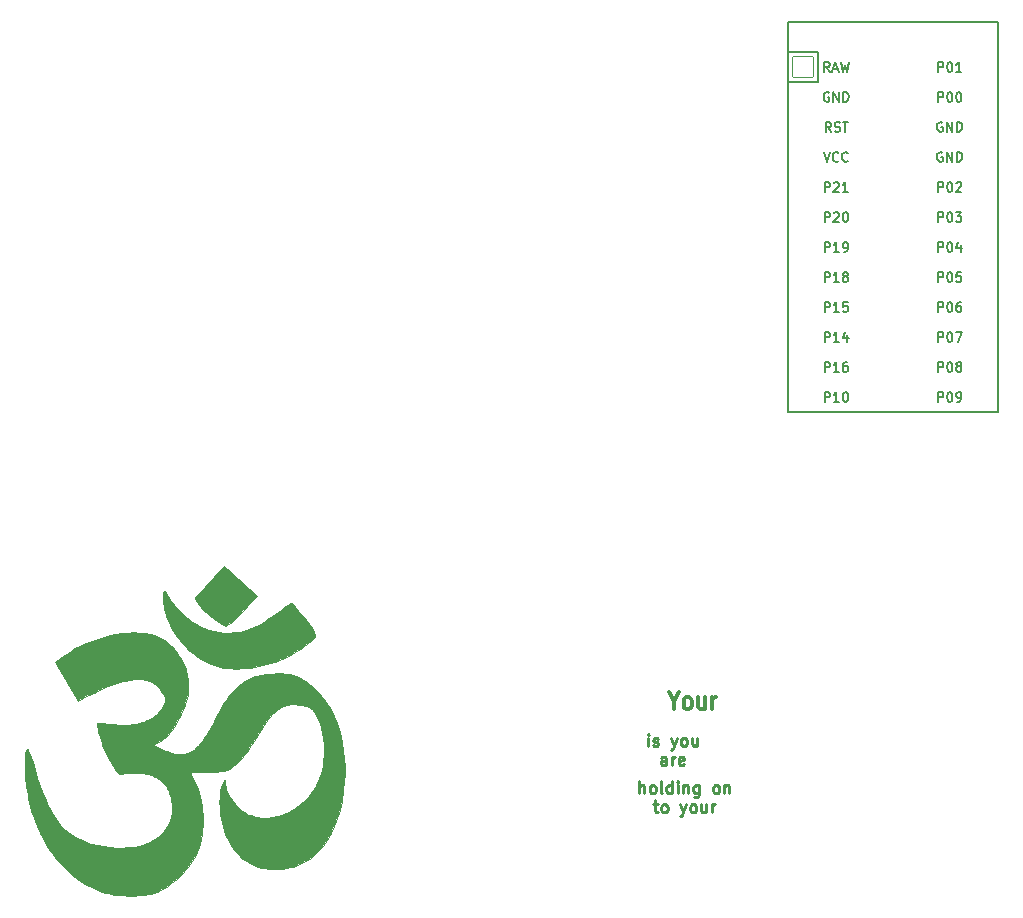
<source format=gbr>
G04 #@! TF.GenerationSoftware,KiCad,Pcbnew,(5.99.0-13010-g08938463f1)*
G04 #@! TF.CreationDate,2022-03-17T12:01:58-05:00*
G04 #@! TF.ProjectId,om,6f6d2e6b-6963-4616-945f-706362585858,v1.0.0*
G04 #@! TF.SameCoordinates,Original*
G04 #@! TF.FileFunction,Legend,Top*
G04 #@! TF.FilePolarity,Positive*
%FSLAX46Y46*%
G04 Gerber Fmt 4.6, Leading zero omitted, Abs format (unit mm)*
G04 Created by KiCad (PCBNEW (5.99.0-13010-g08938463f1)) date 2022-03-17 12:01:58*
%MOMM*%
%LPD*%
G01*
G04 APERTURE LIST*
G04 Aperture macros list*
%AMRoundRect*
0 Rectangle with rounded corners*
0 $1 Rounding radius*
0 $2 $3 $4 $5 $6 $7 $8 $9 X,Y pos of 4 corners*
0 Add a 4 corners polygon primitive as box body*
4,1,4,$2,$3,$4,$5,$6,$7,$8,$9,$2,$3,0*
0 Add four circle primitives for the rounded corners*
1,1,$1+$1,$2,$3*
1,1,$1+$1,$4,$5*
1,1,$1+$1,$6,$7*
1,1,$1+$1,$8,$9*
0 Add four rect primitives between the rounded corners*
20,1,$1+$1,$2,$3,$4,$5,0*
20,1,$1+$1,$4,$5,$6,$7,0*
20,1,$1+$1,$6,$7,$8,$9,0*
20,1,$1+$1,$8,$9,$2,$3,0*%
G04 Aperture macros list end*
%ADD10C,0.079374*%
%ADD11C,0.250000*%
%ADD12C,0.300000*%
%ADD13C,0.150000*%
%ADD14R,1.752600X1.752600*%
%ADD15C,1.752600*%
%ADD16C,3.529000*%
%ADD17C,1.801800*%
%ADD18C,2.132000*%
%ADD19C,1.600000*%
%ADD20O,2.300000X1.700000*%
%ADD21RoundRect,0.050000X-0.876300X0.876300X-0.876300X-0.876300X0.876300X-0.876300X0.876300X0.876300X0*%
%ADD22C,1.852600*%
G04 APERTURE END LIST*
D10*
X174600000Y-140150000D02*
X177061347Y-137420812D01*
X177061347Y-137420812D02*
X179796673Y-139952927D01*
X179796673Y-139952927D02*
X179624136Y-140102148D01*
X179624136Y-140102148D02*
X179456741Y-140259851D01*
X179456741Y-140259851D02*
X179293530Y-140424550D01*
X179293530Y-140424550D02*
X179133544Y-140594758D01*
X179133544Y-140594758D02*
X178506714Y-141300954D01*
X178506714Y-141300954D02*
X178348497Y-141476412D01*
X178348497Y-141476412D02*
X178187760Y-141648460D01*
X178187760Y-141648460D02*
X178023546Y-141815613D01*
X178023546Y-141815613D02*
X177854899Y-141976383D01*
X177854899Y-141976383D02*
X177680859Y-142129285D01*
X177680859Y-142129285D02*
X177500470Y-142272832D01*
X177500470Y-142272832D02*
X177312774Y-142405537D01*
X177312774Y-142405537D02*
X177116813Y-142525915D01*
X177116813Y-142525915D02*
X176425158Y-142035348D01*
X176425158Y-142035348D02*
X176057890Y-141769299D01*
X176057890Y-141769299D02*
X175875380Y-141630192D01*
X175875380Y-141630192D02*
X175696090Y-141486692D01*
X175696090Y-141486692D02*
X175521873Y-141338544D01*
X175521873Y-141338544D02*
X175354580Y-141185493D01*
X175354580Y-141185493D02*
X175196065Y-141027286D01*
X175196065Y-141027286D02*
X175048180Y-140863668D01*
X175048180Y-140863668D02*
X174912779Y-140694385D01*
X174912779Y-140694385D02*
X174791713Y-140519182D01*
X174791713Y-140519182D02*
X174737135Y-140429281D01*
X174737135Y-140429281D02*
X174686836Y-140337805D01*
X174686836Y-140337805D02*
X174641047Y-140244722D01*
X174641047Y-140244722D02*
X174600000Y-140150000D01*
X174600000Y-140150000D02*
X174600000Y-140150000D01*
G36*
X179796673Y-139952927D02*
G01*
X179624136Y-140102148D01*
X179456741Y-140259851D01*
X179293530Y-140424550D01*
X179133544Y-140594758D01*
X178506714Y-141300954D01*
X178348497Y-141476412D01*
X178187760Y-141648460D01*
X178023546Y-141815613D01*
X177854899Y-141976383D01*
X177680859Y-142129285D01*
X177500470Y-142272832D01*
X177312774Y-142405537D01*
X177116813Y-142525915D01*
X176425158Y-142035348D01*
X176057890Y-141769299D01*
X175875380Y-141630192D01*
X175696090Y-141486692D01*
X175521873Y-141338544D01*
X175354580Y-141185493D01*
X175196065Y-141027286D01*
X175048180Y-140863668D01*
X174912779Y-140694385D01*
X174791713Y-140519182D01*
X174737135Y-140429281D01*
X174686836Y-140337805D01*
X174641047Y-140244722D01*
X174600000Y-140150000D01*
X177061347Y-137420812D01*
X179796673Y-139952927D01*
G37*
X179796673Y-139952927D02*
X179624136Y-140102148D01*
X179456741Y-140259851D01*
X179293530Y-140424550D01*
X179133544Y-140594758D01*
X178506714Y-141300954D01*
X178348497Y-141476412D01*
X178187760Y-141648460D01*
X178023546Y-141815613D01*
X177854899Y-141976383D01*
X177680859Y-142129285D01*
X177500470Y-142272832D01*
X177312774Y-142405537D01*
X177116813Y-142525915D01*
X176425158Y-142035348D01*
X176057890Y-141769299D01*
X175875380Y-141630192D01*
X175696090Y-141486692D01*
X175521873Y-141338544D01*
X175354580Y-141185493D01*
X175196065Y-141027286D01*
X175048180Y-140863668D01*
X174912779Y-140694385D01*
X174791713Y-140519182D01*
X174737135Y-140429281D01*
X174686836Y-140337805D01*
X174641047Y-140244722D01*
X174600000Y-140150000D01*
X177061347Y-137420812D01*
X179796673Y-139952927D01*
X172694823Y-142922292D02*
X172566362Y-142686038D01*
X172566362Y-142686038D02*
X172445164Y-142430219D01*
X172445164Y-142430219D02*
X172332157Y-142159638D01*
X172332157Y-142159638D02*
X172228269Y-141879096D01*
X172228269Y-141879096D02*
X172134427Y-141593397D01*
X172134427Y-141593397D02*
X172051559Y-141307344D01*
X172051559Y-141307344D02*
X171980593Y-141025740D01*
X171980593Y-141025740D02*
X171922458Y-140753387D01*
X171922458Y-140753387D02*
X171878080Y-140495088D01*
X171878080Y-140495088D02*
X171848387Y-140255646D01*
X171848387Y-140255646D02*
X171834308Y-140039865D01*
X171834308Y-140039865D02*
X171836770Y-139852547D01*
X171836770Y-139852547D02*
X171856701Y-139698494D01*
X171856701Y-139698494D02*
X171873507Y-139635443D01*
X171873507Y-139635443D02*
X171895028Y-139582510D01*
X171895028Y-139582510D02*
X171921381Y-139540294D01*
X171921381Y-139540294D02*
X171952680Y-139509397D01*
X171952680Y-139509397D02*
X171989043Y-139490419D01*
X171989043Y-139490419D02*
X172030585Y-139483959D01*
X172030585Y-139483959D02*
X172141039Y-139707514D01*
X172141039Y-139707514D02*
X172264378Y-139927749D01*
X172264378Y-139927749D02*
X172399869Y-140144381D01*
X172399869Y-140144381D02*
X172546777Y-140357124D01*
X172546777Y-140357124D02*
X172704369Y-140565693D01*
X172704369Y-140565693D02*
X172871911Y-140769805D01*
X172871911Y-140769805D02*
X173048670Y-140969175D01*
X173048670Y-140969175D02*
X173233913Y-141163518D01*
X173233913Y-141163518D02*
X173426905Y-141352550D01*
X173426905Y-141352550D02*
X173626914Y-141535986D01*
X173626914Y-141535986D02*
X173833205Y-141713541D01*
X173833205Y-141713541D02*
X174045044Y-141884932D01*
X174045044Y-141884932D02*
X174261700Y-142049873D01*
X174261700Y-142049873D02*
X174482436Y-142208080D01*
X174482436Y-142208080D02*
X174706521Y-142359268D01*
X174706521Y-142359268D02*
X174933221Y-142503154D01*
X174933221Y-142503154D02*
X175342702Y-142683804D01*
X175342702Y-142683804D02*
X175753155Y-142829660D01*
X175753155Y-142829660D02*
X176164833Y-142940673D01*
X176164833Y-142940673D02*
X176577993Y-143016792D01*
X176577993Y-143016792D02*
X176992889Y-143057969D01*
X176992889Y-143057969D02*
X177409776Y-143064155D01*
X177409776Y-143064155D02*
X177828909Y-143035301D01*
X177828909Y-143035301D02*
X178250543Y-142971357D01*
X178250543Y-142971357D02*
X178674933Y-142872274D01*
X178674933Y-142872274D02*
X179102334Y-142738004D01*
X179102334Y-142738004D02*
X179533002Y-142568497D01*
X179533002Y-142568497D02*
X179967191Y-142363704D01*
X179967191Y-142363704D02*
X180405156Y-142123575D01*
X180405156Y-142123575D02*
X180847153Y-141848062D01*
X180847153Y-141848062D02*
X181293436Y-141537116D01*
X181293436Y-141537116D02*
X181744260Y-141190687D01*
X181744260Y-141190687D02*
X181940224Y-141036674D01*
X181940224Y-141036674D02*
X182126184Y-140897165D01*
X182126184Y-140897165D02*
X182297847Y-140774915D01*
X182297847Y-140774915D02*
X182450917Y-140672678D01*
X182450917Y-140672678D02*
X182581099Y-140593211D01*
X182581099Y-140593211D02*
X182636265Y-140562876D01*
X182636265Y-140562876D02*
X182684099Y-140539267D01*
X182684099Y-140539267D02*
X182724064Y-140522728D01*
X182724064Y-140522728D02*
X182755623Y-140513603D01*
X182755623Y-140513603D02*
X182778240Y-140512236D01*
X182778240Y-140512236D02*
X182786026Y-140514570D01*
X182786026Y-140514570D02*
X182791376Y-140518973D01*
X182791376Y-140518973D02*
X182906808Y-140688854D01*
X182906808Y-140688854D02*
X183030703Y-140855519D01*
X183030703Y-140855519D02*
X183161428Y-141019676D01*
X183161428Y-141019676D02*
X183297351Y-141182032D01*
X183297351Y-141182032D02*
X183860387Y-141827609D01*
X183860387Y-141827609D02*
X183997822Y-141991581D01*
X183997822Y-141991581D02*
X184130663Y-142158000D01*
X184130663Y-142158000D02*
X184257279Y-142327574D01*
X184257279Y-142327574D02*
X184376036Y-142501011D01*
X184376036Y-142501011D02*
X184485304Y-142679019D01*
X184485304Y-142679019D02*
X184583451Y-142862306D01*
X184583451Y-142862306D02*
X184627843Y-142956150D01*
X184627843Y-142956150D02*
X184668843Y-143051579D01*
X184668843Y-143051579D02*
X184706247Y-143148682D01*
X184706247Y-143148682D02*
X184739850Y-143247548D01*
X184739850Y-143247548D02*
X184734258Y-143292069D01*
X184734258Y-143292069D02*
X184717768Y-143341244D01*
X184717768Y-143341244D02*
X184690809Y-143394788D01*
X184690809Y-143394788D02*
X184653809Y-143452413D01*
X184653809Y-143452413D02*
X184607198Y-143513834D01*
X184607198Y-143513834D02*
X184551402Y-143578763D01*
X184551402Y-143578763D02*
X184413976Y-143717999D01*
X184413976Y-143717999D02*
X184244959Y-143867832D01*
X184244959Y-143867832D02*
X184047781Y-144025966D01*
X184047781Y-144025966D02*
X183825870Y-144190112D01*
X183825870Y-144190112D02*
X183582656Y-144357975D01*
X183582656Y-144357975D02*
X183321566Y-144527263D01*
X183321566Y-144527263D02*
X183046031Y-144695685D01*
X183046031Y-144695685D02*
X182759480Y-144860947D01*
X182759480Y-144860947D02*
X182465340Y-145020758D01*
X182465340Y-145020758D02*
X182167041Y-145172824D01*
X182167041Y-145172824D02*
X181868012Y-145314853D01*
X181868012Y-145314853D02*
X181571682Y-145444553D01*
X181571682Y-145444553D02*
X181281479Y-145559632D01*
X181281479Y-145559632D02*
X180586557Y-145745692D01*
X180586557Y-145745692D02*
X179918665Y-145894161D01*
X179918665Y-145894161D02*
X179276534Y-146003067D01*
X179276534Y-146003067D02*
X178658891Y-146070440D01*
X178658891Y-146070440D02*
X178064467Y-146094312D01*
X178064467Y-146094312D02*
X177491991Y-146072710D01*
X177491991Y-146072710D02*
X176940193Y-146003666D01*
X176940193Y-146003666D02*
X176671650Y-145950738D01*
X176671650Y-145950738D02*
X176407800Y-145885210D01*
X176407800Y-145885210D02*
X176148485Y-145806836D01*
X176148485Y-145806836D02*
X175893544Y-145715370D01*
X175893544Y-145715370D02*
X175642820Y-145610566D01*
X175642820Y-145610566D02*
X175396153Y-145492178D01*
X175396153Y-145492178D02*
X175153385Y-145359959D01*
X175153385Y-145359959D02*
X174914357Y-145213663D01*
X174914357Y-145213663D02*
X174678910Y-145053044D01*
X174678910Y-145053044D02*
X174446885Y-144877855D01*
X174446885Y-144877855D02*
X174218123Y-144687850D01*
X174218123Y-144687850D02*
X173992466Y-144482784D01*
X173992466Y-144482784D02*
X173769755Y-144262409D01*
X173769755Y-144262409D02*
X173549830Y-144026480D01*
X173549830Y-144026480D02*
X173117706Y-143506972D01*
X173117706Y-143506972D02*
X172694823Y-142922292D01*
X172694823Y-142922292D02*
X172694823Y-142922292D01*
G36*
X172141039Y-139707514D02*
G01*
X172264378Y-139927749D01*
X172399869Y-140144381D01*
X172546777Y-140357124D01*
X172704369Y-140565693D01*
X172871911Y-140769805D01*
X173048670Y-140969175D01*
X173233913Y-141163518D01*
X173426905Y-141352550D01*
X173626914Y-141535986D01*
X173833205Y-141713541D01*
X174045044Y-141884932D01*
X174261700Y-142049873D01*
X174482436Y-142208080D01*
X174706521Y-142359268D01*
X174933221Y-142503154D01*
X175342702Y-142683804D01*
X175753155Y-142829660D01*
X176164833Y-142940673D01*
X176577993Y-143016792D01*
X176992889Y-143057969D01*
X177409776Y-143064155D01*
X177828909Y-143035301D01*
X178250543Y-142971357D01*
X178674933Y-142872274D01*
X179102334Y-142738004D01*
X179533002Y-142568497D01*
X179967191Y-142363704D01*
X180405156Y-142123575D01*
X180847153Y-141848062D01*
X181293436Y-141537116D01*
X181744260Y-141190687D01*
X181940224Y-141036674D01*
X182126184Y-140897165D01*
X182297847Y-140774915D01*
X182450917Y-140672678D01*
X182581099Y-140593211D01*
X182636265Y-140562876D01*
X182684099Y-140539267D01*
X182724064Y-140522728D01*
X182755623Y-140513603D01*
X182778240Y-140512236D01*
X182786026Y-140514570D01*
X182791376Y-140518973D01*
X182906808Y-140688854D01*
X183030703Y-140855519D01*
X183161428Y-141019676D01*
X183297351Y-141182032D01*
X183860387Y-141827609D01*
X183997822Y-141991581D01*
X184130663Y-142158000D01*
X184257279Y-142327574D01*
X184376036Y-142501011D01*
X184485304Y-142679019D01*
X184583451Y-142862306D01*
X184627843Y-142956150D01*
X184668843Y-143051579D01*
X184706247Y-143148682D01*
X184739850Y-143247548D01*
X184734258Y-143292069D01*
X184717768Y-143341244D01*
X184690809Y-143394788D01*
X184653809Y-143452413D01*
X184607198Y-143513834D01*
X184551402Y-143578763D01*
X184413976Y-143717999D01*
X184244959Y-143867832D01*
X184047781Y-144025966D01*
X183825870Y-144190112D01*
X183582656Y-144357975D01*
X183321566Y-144527263D01*
X183046031Y-144695685D01*
X182759480Y-144860947D01*
X182465340Y-145020758D01*
X182167041Y-145172824D01*
X181868012Y-145314853D01*
X181571682Y-145444553D01*
X181281479Y-145559632D01*
X180586557Y-145745692D01*
X179918665Y-145894161D01*
X179276534Y-146003067D01*
X178658891Y-146070440D01*
X178064467Y-146094312D01*
X177491991Y-146072710D01*
X176940193Y-146003666D01*
X176671650Y-145950738D01*
X176407800Y-145885210D01*
X176148485Y-145806836D01*
X175893544Y-145715370D01*
X175642820Y-145610566D01*
X175396153Y-145492178D01*
X175153385Y-145359959D01*
X174914357Y-145213663D01*
X174678910Y-145053044D01*
X174446885Y-144877855D01*
X174218123Y-144687850D01*
X173992466Y-144482784D01*
X173769755Y-144262409D01*
X173549830Y-144026480D01*
X173117706Y-143506972D01*
X172694823Y-142922292D01*
X172566362Y-142686038D01*
X172445164Y-142430219D01*
X172332157Y-142159638D01*
X172228269Y-141879096D01*
X172134427Y-141593397D01*
X172051559Y-141307344D01*
X171980593Y-141025740D01*
X171922458Y-140753387D01*
X171878080Y-140495088D01*
X171848387Y-140255646D01*
X171834308Y-140039865D01*
X171836770Y-139852547D01*
X171856701Y-139698494D01*
X171873507Y-139635443D01*
X171895028Y-139582510D01*
X171921381Y-139540294D01*
X171952680Y-139509397D01*
X171989043Y-139490419D01*
X172030585Y-139483959D01*
X172141039Y-139707514D01*
G37*
X172141039Y-139707514D02*
X172264378Y-139927749D01*
X172399869Y-140144381D01*
X172546777Y-140357124D01*
X172704369Y-140565693D01*
X172871911Y-140769805D01*
X173048670Y-140969175D01*
X173233913Y-141163518D01*
X173426905Y-141352550D01*
X173626914Y-141535986D01*
X173833205Y-141713541D01*
X174045044Y-141884932D01*
X174261700Y-142049873D01*
X174482436Y-142208080D01*
X174706521Y-142359268D01*
X174933221Y-142503154D01*
X175342702Y-142683804D01*
X175753155Y-142829660D01*
X176164833Y-142940673D01*
X176577993Y-143016792D01*
X176992889Y-143057969D01*
X177409776Y-143064155D01*
X177828909Y-143035301D01*
X178250543Y-142971357D01*
X178674933Y-142872274D01*
X179102334Y-142738004D01*
X179533002Y-142568497D01*
X179967191Y-142363704D01*
X180405156Y-142123575D01*
X180847153Y-141848062D01*
X181293436Y-141537116D01*
X181744260Y-141190687D01*
X181940224Y-141036674D01*
X182126184Y-140897165D01*
X182297847Y-140774915D01*
X182450917Y-140672678D01*
X182581099Y-140593211D01*
X182636265Y-140562876D01*
X182684099Y-140539267D01*
X182724064Y-140522728D01*
X182755623Y-140513603D01*
X182778240Y-140512236D01*
X182786026Y-140514570D01*
X182791376Y-140518973D01*
X182906808Y-140688854D01*
X183030703Y-140855519D01*
X183161428Y-141019676D01*
X183297351Y-141182032D01*
X183860387Y-141827609D01*
X183997822Y-141991581D01*
X184130663Y-142158000D01*
X184257279Y-142327574D01*
X184376036Y-142501011D01*
X184485304Y-142679019D01*
X184583451Y-142862306D01*
X184627843Y-142956150D01*
X184668843Y-143051579D01*
X184706247Y-143148682D01*
X184739850Y-143247548D01*
X184734258Y-143292069D01*
X184717768Y-143341244D01*
X184690809Y-143394788D01*
X184653809Y-143452413D01*
X184607198Y-143513834D01*
X184551402Y-143578763D01*
X184413976Y-143717999D01*
X184244959Y-143867832D01*
X184047781Y-144025966D01*
X183825870Y-144190112D01*
X183582656Y-144357975D01*
X183321566Y-144527263D01*
X183046031Y-144695685D01*
X182759480Y-144860947D01*
X182465340Y-145020758D01*
X182167041Y-145172824D01*
X181868012Y-145314853D01*
X181571682Y-145444553D01*
X181281479Y-145559632D01*
X180586557Y-145745692D01*
X179918665Y-145894161D01*
X179276534Y-146003067D01*
X178658891Y-146070440D01*
X178064467Y-146094312D01*
X177491991Y-146072710D01*
X176940193Y-146003666D01*
X176671650Y-145950738D01*
X176407800Y-145885210D01*
X176148485Y-145806836D01*
X175893544Y-145715370D01*
X175642820Y-145610566D01*
X175396153Y-145492178D01*
X175153385Y-145359959D01*
X174914357Y-145213663D01*
X174678910Y-145053044D01*
X174446885Y-144877855D01*
X174218123Y-144687850D01*
X173992466Y-144482784D01*
X173769755Y-144262409D01*
X173549830Y-144026480D01*
X173117706Y-143506972D01*
X172694823Y-142922292D01*
X172566362Y-142686038D01*
X172445164Y-142430219D01*
X172332157Y-142159638D01*
X172228269Y-141879096D01*
X172134427Y-141593397D01*
X172051559Y-141307344D01*
X171980593Y-141025740D01*
X171922458Y-140753387D01*
X171878080Y-140495088D01*
X171848387Y-140255646D01*
X171834308Y-140039865D01*
X171836770Y-139852547D01*
X171856701Y-139698494D01*
X171873507Y-139635443D01*
X171895028Y-139582510D01*
X171921381Y-139540294D01*
X171952680Y-139509397D01*
X171989043Y-139490419D01*
X172030585Y-139483959D01*
X172141039Y-139707514D01*
X166711777Y-164990610D02*
X166426574Y-164883045D01*
X166426574Y-164883045D02*
X166146388Y-164766030D01*
X166146388Y-164766030D02*
X165601438Y-164504105D01*
X165601438Y-164504105D02*
X165077668Y-164205742D01*
X165077668Y-164205742D02*
X164575818Y-163871847D01*
X164575818Y-163871847D02*
X164096629Y-163503327D01*
X164096629Y-163503327D02*
X163640841Y-163101089D01*
X163640841Y-163101089D02*
X163209193Y-162666040D01*
X163209193Y-162666040D02*
X162802427Y-162199086D01*
X162802427Y-162199086D02*
X162421284Y-161701133D01*
X162421284Y-161701133D02*
X162066502Y-161173089D01*
X162066502Y-161173089D02*
X161738823Y-160615861D01*
X161738823Y-160615861D02*
X161438987Y-160030354D01*
X161438987Y-160030354D02*
X161167735Y-159417476D01*
X161167735Y-159417476D02*
X160925806Y-158778133D01*
X160925806Y-158778133D02*
X160713942Y-158113233D01*
X160713942Y-158113233D02*
X160532882Y-157423681D01*
X160532882Y-157423681D02*
X160461216Y-157093232D01*
X160461216Y-157093232D02*
X160396511Y-156742550D01*
X160396511Y-156742550D02*
X160288913Y-156003419D01*
X160288913Y-156003419D02*
X160211938Y-155252156D01*
X160211938Y-155252156D02*
X160167438Y-154534630D01*
X160167438Y-154534630D02*
X160157263Y-153896710D01*
X160157263Y-153896710D02*
X160165626Y-153621935D01*
X160165626Y-153621935D02*
X160183264Y-153384263D01*
X160183264Y-153384263D02*
X160210410Y-153189426D01*
X160210410Y-153189426D02*
X160247293Y-153043158D01*
X160247293Y-153043158D02*
X160294147Y-152951192D01*
X160294147Y-152951192D02*
X160321384Y-152927365D01*
X160321384Y-152927365D02*
X160351201Y-152919263D01*
X160351201Y-152919263D02*
X160362071Y-152921501D01*
X160362071Y-152921501D02*
X160373980Y-152928140D01*
X160373980Y-152928140D02*
X160386884Y-152939072D01*
X160386884Y-152939072D02*
X160400741Y-152954187D01*
X160400741Y-152954187D02*
X160415511Y-152973375D01*
X160415511Y-152973375D02*
X160431150Y-152996526D01*
X160431150Y-152996526D02*
X160464870Y-153054280D01*
X160464870Y-153054280D02*
X160501566Y-153126571D01*
X160501566Y-153126571D02*
X160540903Y-153212523D01*
X160540903Y-153212523D02*
X160582544Y-153311258D01*
X160582544Y-153311258D02*
X160626155Y-153421898D01*
X160626155Y-153421898D02*
X160671400Y-153543568D01*
X160671400Y-153543568D02*
X160717943Y-153675388D01*
X160717943Y-153675388D02*
X160765449Y-153816483D01*
X160765449Y-153816483D02*
X160813583Y-153965975D01*
X160813583Y-153965975D02*
X160862008Y-154122986D01*
X160862008Y-154122986D02*
X160910389Y-154286639D01*
X160910389Y-154286639D02*
X160958391Y-154456057D01*
X160958391Y-154456057D02*
X161005678Y-154630363D01*
X161005678Y-154630363D02*
X161112546Y-155014839D01*
X161112546Y-155014839D02*
X161227840Y-155395167D01*
X161227840Y-155395167D02*
X161350948Y-155770075D01*
X161350948Y-155770075D02*
X161481259Y-156138293D01*
X161481259Y-156138293D02*
X161618162Y-156498553D01*
X161618162Y-156498553D02*
X161761045Y-156849582D01*
X161761045Y-156849582D02*
X161909297Y-157190112D01*
X161909297Y-157190112D02*
X162062307Y-157518871D01*
X162062307Y-157518871D02*
X162219463Y-157834591D01*
X162219463Y-157834591D02*
X162380155Y-158136000D01*
X162380155Y-158136000D02*
X162543770Y-158421829D01*
X162543770Y-158421829D02*
X162709698Y-158690807D01*
X162709698Y-158690807D02*
X162877327Y-158941664D01*
X162877327Y-158941664D02*
X163046046Y-159173131D01*
X163046046Y-159173131D02*
X163215244Y-159383936D01*
X163215244Y-159383936D02*
X163384309Y-159572810D01*
X163384309Y-159572810D02*
X163530851Y-159717391D01*
X163530851Y-159717391D02*
X163689640Y-159856252D01*
X163689640Y-159856252D02*
X163859985Y-159989278D01*
X163859985Y-159989278D02*
X164041195Y-160116355D01*
X164041195Y-160116355D02*
X164433440Y-160352200D01*
X164433440Y-160352200D02*
X164860842Y-160562866D01*
X164860842Y-160562866D02*
X165317866Y-160747434D01*
X165317866Y-160747434D02*
X165798977Y-160904982D01*
X165798977Y-160904982D02*
X166298642Y-161034592D01*
X166298642Y-161034592D02*
X166811326Y-161135343D01*
X166811326Y-161135343D02*
X167331495Y-161206314D01*
X167331495Y-161206314D02*
X167853614Y-161246586D01*
X167853614Y-161246586D02*
X168372150Y-161255239D01*
X168372150Y-161255239D02*
X168881567Y-161231351D01*
X168881567Y-161231351D02*
X169376333Y-161174004D01*
X169376333Y-161174004D02*
X169850912Y-161082277D01*
X169850912Y-161082277D02*
X170078902Y-161023233D01*
X170078902Y-161023233D02*
X170299771Y-160955249D01*
X170299771Y-160955249D02*
X170512825Y-160878211D01*
X170512825Y-160878211D02*
X170717374Y-160792002D01*
X170717374Y-160792002D02*
X170870312Y-160718234D01*
X170870312Y-160718234D02*
X171017385Y-160638577D01*
X171017385Y-160638577D02*
X171158517Y-160553230D01*
X171158517Y-160553230D02*
X171293635Y-160462392D01*
X171293635Y-160462392D02*
X171422663Y-160366263D01*
X171422663Y-160366263D02*
X171545526Y-160265040D01*
X171545526Y-160265040D02*
X171662149Y-160158925D01*
X171662149Y-160158925D02*
X171772459Y-160048115D01*
X171772459Y-160048115D02*
X171876379Y-159932810D01*
X171876379Y-159932810D02*
X171973835Y-159813209D01*
X171973835Y-159813209D02*
X172064752Y-159689511D01*
X172064752Y-159689511D02*
X172149056Y-159561916D01*
X172149056Y-159561916D02*
X172226670Y-159430623D01*
X172226670Y-159430623D02*
X172297522Y-159295830D01*
X172297522Y-159295830D02*
X172361535Y-159157737D01*
X172361535Y-159157737D02*
X172418635Y-159016543D01*
X172418635Y-159016543D02*
X172468747Y-158872448D01*
X172468747Y-158872448D02*
X172511797Y-158725649D01*
X172511797Y-158725649D02*
X172547709Y-158576348D01*
X172547709Y-158576348D02*
X172576408Y-158424742D01*
X172576408Y-158424742D02*
X172597820Y-158271031D01*
X172597820Y-158271031D02*
X172611869Y-158115415D01*
X172611869Y-158115415D02*
X172618482Y-157958091D01*
X172618482Y-157958091D02*
X172617583Y-157799260D01*
X172617583Y-157799260D02*
X172609097Y-157639121D01*
X172609097Y-157639121D02*
X172592949Y-157477872D01*
X172592949Y-157477872D02*
X172569065Y-157315714D01*
X172569065Y-157315714D02*
X172537370Y-157152844D01*
X172537370Y-157152844D02*
X172497789Y-156989463D01*
X172497789Y-156989463D02*
X172450247Y-156825769D01*
X172450247Y-156825769D02*
X172394668Y-156661962D01*
X172394668Y-156661962D02*
X172330980Y-156498240D01*
X172330980Y-156498240D02*
X172276523Y-156374437D01*
X172276523Y-156374437D02*
X172217843Y-156255869D01*
X172217843Y-156255869D02*
X172154870Y-156142510D01*
X172154870Y-156142510D02*
X172087534Y-156034335D01*
X172087534Y-156034335D02*
X172015764Y-155931320D01*
X172015764Y-155931320D02*
X171939489Y-155833439D01*
X171939489Y-155833439D02*
X171858640Y-155740668D01*
X171858640Y-155740668D02*
X171773145Y-155652980D01*
X171773145Y-155652980D02*
X171682935Y-155570352D01*
X171682935Y-155570352D02*
X171587939Y-155492757D01*
X171587939Y-155492757D02*
X171488086Y-155420172D01*
X171488086Y-155420172D02*
X171383306Y-155352571D01*
X171383306Y-155352571D02*
X171273530Y-155289928D01*
X171273530Y-155289928D02*
X171158685Y-155232220D01*
X171158685Y-155232220D02*
X171038702Y-155179420D01*
X171038702Y-155179420D02*
X170913511Y-155131504D01*
X170913511Y-155131504D02*
X170783040Y-155088446D01*
X170783040Y-155088446D02*
X170647220Y-155050222D01*
X170647220Y-155050222D02*
X170505981Y-155016807D01*
X170505981Y-155016807D02*
X170359251Y-154988175D01*
X170359251Y-154988175D02*
X170206960Y-154964302D01*
X170206960Y-154964302D02*
X170049038Y-154945161D01*
X170049038Y-154945161D02*
X169885415Y-154930730D01*
X169885415Y-154930730D02*
X169716019Y-154920981D01*
X169716019Y-154920981D02*
X169540782Y-154915891D01*
X169540782Y-154915891D02*
X169359631Y-154915433D01*
X169359631Y-154915433D02*
X169172497Y-154919584D01*
X169172497Y-154919584D02*
X168979310Y-154928318D01*
X168979310Y-154928318D02*
X168779998Y-154941610D01*
X168779998Y-154941610D02*
X168574492Y-154959435D01*
X168574492Y-154959435D02*
X168362721Y-154981767D01*
X168362721Y-154981767D02*
X168144615Y-155008582D01*
X168144615Y-155008582D02*
X168081554Y-154936271D01*
X168081554Y-154936271D02*
X168008072Y-154846650D01*
X168008072Y-154846650D02*
X167911374Y-154722065D01*
X167911374Y-154722065D02*
X167795023Y-154563030D01*
X167795023Y-154563030D02*
X167662581Y-154370055D01*
X167662581Y-154370055D02*
X167517612Y-154143651D01*
X167517612Y-154143651D02*
X167363679Y-153884330D01*
X167363679Y-153884330D02*
X167204346Y-153592603D01*
X167204346Y-153592603D02*
X167123767Y-153434747D01*
X167123767Y-153434747D02*
X167043174Y-153268981D01*
X167043174Y-153268981D02*
X166963012Y-153095370D01*
X166963012Y-153095370D02*
X166883727Y-152913976D01*
X166883727Y-152913976D02*
X166805764Y-152724865D01*
X166805764Y-152724865D02*
X166729569Y-152528100D01*
X166729569Y-152528100D02*
X166655586Y-152323744D01*
X166655586Y-152323744D02*
X166584262Y-152111862D01*
X166584262Y-152111862D02*
X166516041Y-151892518D01*
X166516041Y-151892518D02*
X166451369Y-151665775D01*
X166451369Y-151665775D02*
X166390692Y-151431697D01*
X166390692Y-151431697D02*
X166334455Y-151190349D01*
X166334455Y-151190349D02*
X166283103Y-150941795D01*
X166283103Y-150941795D02*
X166237081Y-150686097D01*
X166237081Y-150686097D02*
X167719882Y-150820553D01*
X167719882Y-150820553D02*
X168049566Y-150844408D01*
X168049566Y-150844408D02*
X168368686Y-150855306D01*
X168368686Y-150855306D02*
X168676934Y-150853337D01*
X168676934Y-150853337D02*
X168974001Y-150838591D01*
X168974001Y-150838591D02*
X169259576Y-150811159D01*
X169259576Y-150811159D02*
X169533352Y-150771131D01*
X169533352Y-150771131D02*
X169795018Y-150718599D01*
X169795018Y-150718599D02*
X170044266Y-150653652D01*
X170044266Y-150653652D02*
X170280786Y-150576382D01*
X170280786Y-150576382D02*
X170504270Y-150486878D01*
X170504270Y-150486878D02*
X170714408Y-150385231D01*
X170714408Y-150385231D02*
X170910891Y-150271532D01*
X170910891Y-150271532D02*
X171093410Y-150145871D01*
X171093410Y-150145871D02*
X171261655Y-150008338D01*
X171261655Y-150008338D02*
X171415318Y-149859026D01*
X171415318Y-149859026D02*
X171554089Y-149698023D01*
X171554089Y-149698023D02*
X171669513Y-149547015D01*
X171669513Y-149547015D02*
X171769123Y-149406501D01*
X171769123Y-149406501D02*
X171852852Y-149274955D01*
X171852852Y-149274955D02*
X171888741Y-149212070D01*
X171888741Y-149212070D02*
X171920634Y-149150856D01*
X171920634Y-149150856D02*
X171948523Y-149091122D01*
X171948523Y-149091122D02*
X171972400Y-149032678D01*
X171972400Y-149032678D02*
X171992256Y-148975334D01*
X171992256Y-148975334D02*
X172008084Y-148918899D01*
X172008084Y-148918899D02*
X172019874Y-148863182D01*
X172019874Y-148863182D02*
X172027619Y-148807994D01*
X172027619Y-148807994D02*
X172031310Y-148753143D01*
X172031310Y-148753143D02*
X172030938Y-148698439D01*
X172030938Y-148698439D02*
X172026496Y-148643693D01*
X172026496Y-148643693D02*
X172017974Y-148588712D01*
X172017974Y-148588712D02*
X172005365Y-148533308D01*
X172005365Y-148533308D02*
X171988660Y-148477289D01*
X171988660Y-148477289D02*
X171967851Y-148420465D01*
X171967851Y-148420465D02*
X171942929Y-148362645D01*
X171942929Y-148362645D02*
X171913886Y-148303639D01*
X171913886Y-148303639D02*
X171880713Y-148243257D01*
X171880713Y-148243257D02*
X171843403Y-148181308D01*
X171843403Y-148181308D02*
X171801947Y-148117602D01*
X171801947Y-148117602D02*
X171706562Y-147984155D01*
X171706562Y-147984155D02*
X171594491Y-147841394D01*
X171594491Y-147841394D02*
X171465669Y-147687793D01*
X171465669Y-147687793D02*
X171364170Y-147577209D01*
X171364170Y-147577209D02*
X171257547Y-147475673D01*
X171257547Y-147475673D02*
X171145597Y-147383219D01*
X171145597Y-147383219D02*
X171028118Y-147299881D01*
X171028118Y-147299881D02*
X170904909Y-147225691D01*
X170904909Y-147225691D02*
X170775768Y-147160683D01*
X170775768Y-147160683D02*
X170640492Y-147104890D01*
X170640492Y-147104890D02*
X170498880Y-147058344D01*
X170498880Y-147058344D02*
X170350729Y-147021079D01*
X170350729Y-147021079D02*
X170195839Y-146993129D01*
X170195839Y-146993129D02*
X170034006Y-146974525D01*
X170034006Y-146974525D02*
X169865028Y-146965302D01*
X169865028Y-146965302D02*
X169688705Y-146965492D01*
X169688705Y-146965492D02*
X169504834Y-146975129D01*
X169504834Y-146975129D02*
X169313212Y-146994246D01*
X169313212Y-146994246D02*
X169113639Y-147022875D01*
X169113639Y-147022875D02*
X168905912Y-147061051D01*
X168905912Y-147061051D02*
X168689828Y-147108805D01*
X168689828Y-147108805D02*
X168465187Y-147166171D01*
X168465187Y-147166171D02*
X168231786Y-147233183D01*
X168231786Y-147233183D02*
X167989424Y-147309873D01*
X167989424Y-147309873D02*
X167737897Y-147396275D01*
X167737897Y-147396275D02*
X167206546Y-147598346D01*
X167206546Y-147598346D02*
X166636116Y-147839660D01*
X166636116Y-147839660D02*
X166024992Y-148120483D01*
X166024992Y-148120483D02*
X165371558Y-148441080D01*
X165371558Y-148441080D02*
X164674200Y-148801716D01*
X164674200Y-148801716D02*
X162737058Y-145554481D01*
X162737058Y-145554481D02*
X163549183Y-144935040D01*
X163549183Y-144935040D02*
X163947606Y-144653238D01*
X163947606Y-144653238D02*
X164376727Y-144390602D01*
X164376727Y-144390602D02*
X164832119Y-144148104D01*
X164832119Y-144148104D02*
X165309358Y-143926715D01*
X165309358Y-143926715D02*
X165804017Y-143727408D01*
X165804017Y-143727408D02*
X166311671Y-143551154D01*
X166311671Y-143551154D02*
X166827893Y-143398926D01*
X166827893Y-143398926D02*
X167348259Y-143271695D01*
X167348259Y-143271695D02*
X167868343Y-143170434D01*
X167868343Y-143170434D02*
X168383718Y-143096114D01*
X168383718Y-143096114D02*
X168889959Y-143049707D01*
X168889959Y-143049707D02*
X169382640Y-143032185D01*
X169382640Y-143032185D02*
X169857336Y-143044520D01*
X169857336Y-143044520D02*
X170309621Y-143087683D01*
X170309621Y-143087683D02*
X170735070Y-143162648D01*
X170735070Y-143162648D02*
X171129255Y-143270385D01*
X171129255Y-143270385D02*
X171299525Y-143332253D01*
X171299525Y-143332253D02*
X171466717Y-143404237D01*
X171466717Y-143404237D02*
X171630608Y-143485940D01*
X171630608Y-143485940D02*
X171790976Y-143576964D01*
X171790976Y-143576964D02*
X171947598Y-143676912D01*
X171947598Y-143676912D02*
X172100250Y-143785387D01*
X172100250Y-143785387D02*
X172248711Y-143901990D01*
X172248711Y-143901990D02*
X172392757Y-144026326D01*
X172392757Y-144026326D02*
X172532166Y-144157996D01*
X172532166Y-144157996D02*
X172666715Y-144296603D01*
X172666715Y-144296603D02*
X172796182Y-144441750D01*
X172796182Y-144441750D02*
X172920343Y-144593039D01*
X172920343Y-144593039D02*
X173038976Y-144750072D01*
X173038976Y-144750072D02*
X173151859Y-144912454D01*
X173151859Y-144912454D02*
X173258767Y-145079785D01*
X173258767Y-145079785D02*
X173359480Y-145251669D01*
X173359480Y-145251669D02*
X173453774Y-145427708D01*
X173453774Y-145427708D02*
X173541426Y-145607505D01*
X173541426Y-145607505D02*
X173622214Y-145790663D01*
X173622214Y-145790663D02*
X173695915Y-145976784D01*
X173695915Y-145976784D02*
X173762306Y-146165471D01*
X173762306Y-146165471D02*
X173821164Y-146356326D01*
X173821164Y-146356326D02*
X173872267Y-146548952D01*
X173872267Y-146548952D02*
X173915392Y-146742952D01*
X173915392Y-146742952D02*
X173950317Y-146937928D01*
X173950317Y-146937928D02*
X173976818Y-147133483D01*
X173976818Y-147133483D02*
X173994673Y-147329219D01*
X173994673Y-147329219D02*
X174003659Y-147524739D01*
X174003659Y-147524739D02*
X174003553Y-147719646D01*
X174003553Y-147719646D02*
X173994133Y-147913542D01*
X173994133Y-147913542D02*
X173975176Y-148106030D01*
X173975176Y-148106030D02*
X173946460Y-148296713D01*
X173946460Y-148296713D02*
X173891194Y-148559092D01*
X173891194Y-148559092D02*
X173817534Y-148831489D01*
X173817534Y-148831489D02*
X173727094Y-149111082D01*
X173727094Y-149111082D02*
X173621492Y-149395048D01*
X173621492Y-149395048D02*
X173502343Y-149680565D01*
X173502343Y-149680565D02*
X173371262Y-149964809D01*
X173371262Y-149964809D02*
X173229867Y-150244958D01*
X173229867Y-150244958D02*
X173079773Y-150518189D01*
X173079773Y-150518189D02*
X172922596Y-150781679D01*
X172922596Y-150781679D02*
X172759952Y-151032606D01*
X172759952Y-151032606D02*
X172593456Y-151268148D01*
X172593456Y-151268148D02*
X172424726Y-151485480D01*
X172424726Y-151485480D02*
X172255377Y-151681782D01*
X172255377Y-151681782D02*
X172087025Y-151854229D01*
X172087025Y-151854229D02*
X171921286Y-151999999D01*
X171921286Y-151999999D02*
X171759776Y-152116270D01*
X171759776Y-152116270D02*
X171029124Y-152578886D01*
X171029124Y-152578886D02*
X172038368Y-153033990D01*
X172038368Y-153033990D02*
X172197221Y-153102480D01*
X172197221Y-153102480D02*
X172352320Y-153162884D01*
X172352320Y-153162884D02*
X172503824Y-153215113D01*
X172503824Y-153215113D02*
X172651893Y-153259075D01*
X172651893Y-153259075D02*
X172796686Y-153294682D01*
X172796686Y-153294682D02*
X172938363Y-153321843D01*
X172938363Y-153321843D02*
X173077083Y-153340467D01*
X173077083Y-153340467D02*
X173213007Y-153350465D01*
X173213007Y-153350465D02*
X173346294Y-153351746D01*
X173346294Y-153351746D02*
X173477104Y-153344221D01*
X173477104Y-153344221D02*
X173605595Y-153327799D01*
X173605595Y-153327799D02*
X173731929Y-153302389D01*
X173731929Y-153302389D02*
X173856265Y-153267903D01*
X173856265Y-153267903D02*
X173978761Y-153224249D01*
X173978761Y-153224249D02*
X174099579Y-153171338D01*
X174099579Y-153171338D02*
X174218877Y-153109079D01*
X174218877Y-153109079D02*
X174336815Y-153037382D01*
X174336815Y-153037382D02*
X174453554Y-152956157D01*
X174453554Y-152956157D02*
X174569252Y-152865315D01*
X174569252Y-152865315D02*
X174684069Y-152764764D01*
X174684069Y-152764764D02*
X174798165Y-152654414D01*
X174798165Y-152654414D02*
X174911699Y-152534176D01*
X174911699Y-152534176D02*
X175024832Y-152403960D01*
X175024832Y-152403960D02*
X175137723Y-152263674D01*
X175137723Y-152263674D02*
X175250531Y-152113230D01*
X175250531Y-152113230D02*
X175363416Y-151952536D01*
X175363416Y-151952536D02*
X175590057Y-151600041D01*
X175590057Y-151600041D02*
X175818923Y-151205467D01*
X175818923Y-151205467D02*
X176051290Y-150768094D01*
X176051290Y-150768094D02*
X176369259Y-150161896D01*
X176369259Y-150161896D02*
X176676040Y-149612147D01*
X176676040Y-149612147D02*
X176974705Y-149116447D01*
X176974705Y-149116447D02*
X177268323Y-148672399D01*
X177268323Y-148672399D02*
X177559967Y-148277604D01*
X177559967Y-148277604D02*
X177852707Y-147929662D01*
X177852707Y-147929662D02*
X178000447Y-147772511D01*
X178000447Y-147772511D02*
X178149613Y-147626175D01*
X178149613Y-147626175D02*
X178300589Y-147490352D01*
X178300589Y-147490352D02*
X178453758Y-147364744D01*
X178453758Y-147364744D02*
X178609504Y-147249050D01*
X178609504Y-147249050D02*
X178768211Y-147142971D01*
X178768211Y-147142971D02*
X178930263Y-147046206D01*
X178930263Y-147046206D02*
X179096044Y-146958456D01*
X179096044Y-146958456D02*
X179265938Y-146879421D01*
X179265938Y-146879421D02*
X179440328Y-146808801D01*
X179440328Y-146808801D02*
X179619598Y-146746296D01*
X179619598Y-146746296D02*
X179804133Y-146691607D01*
X179804133Y-146691607D02*
X180190530Y-146604475D01*
X180190530Y-146604475D02*
X180602591Y-146545007D01*
X180602591Y-146545007D02*
X181043387Y-146510804D01*
X181043387Y-146510804D02*
X181515987Y-146499466D01*
X181515987Y-146499466D02*
X181735046Y-146500742D01*
X181735046Y-146500742D02*
X181937567Y-146505582D01*
X181937567Y-146505582D02*
X182125360Y-146514519D01*
X182125360Y-146514519D02*
X182300238Y-146528088D01*
X182300238Y-146528088D02*
X182464013Y-146546823D01*
X182464013Y-146546823D02*
X182618497Y-146571258D01*
X182618497Y-146571258D02*
X182765501Y-146601927D01*
X182765501Y-146601927D02*
X182906839Y-146639364D01*
X182906839Y-146639364D02*
X183044320Y-146684103D01*
X183044320Y-146684103D02*
X183179759Y-146736678D01*
X183179759Y-146736678D02*
X183314966Y-146797623D01*
X183314966Y-146797623D02*
X183451753Y-146867472D01*
X183451753Y-146867472D02*
X183591933Y-146946760D01*
X183591933Y-146946760D02*
X183737318Y-147036019D01*
X183737318Y-147036019D02*
X183889718Y-147135785D01*
X183889718Y-147135785D02*
X184050947Y-147246592D01*
X184050947Y-147246592D02*
X184255439Y-147396802D01*
X184255439Y-147396802D02*
X184453941Y-147556517D01*
X184453941Y-147556517D02*
X184646367Y-147725510D01*
X184646367Y-147725510D02*
X184832633Y-147903557D01*
X184832633Y-147903557D02*
X185012656Y-148090433D01*
X185012656Y-148090433D02*
X185186349Y-148285911D01*
X185186349Y-148285911D02*
X185353630Y-148489768D01*
X185353630Y-148489768D02*
X185514412Y-148701776D01*
X185514412Y-148701776D02*
X185668612Y-148921712D01*
X185668612Y-148921712D02*
X185816146Y-149149350D01*
X185816146Y-149149350D02*
X185956928Y-149384465D01*
X185956928Y-149384465D02*
X186090874Y-149626831D01*
X186090874Y-149626831D02*
X186337921Y-150132416D01*
X186337921Y-150132416D02*
X186556611Y-150664303D01*
X186556611Y-150664303D02*
X186746266Y-151220689D01*
X186746266Y-151220689D02*
X186906212Y-151799773D01*
X186906212Y-151799773D02*
X187035772Y-152399752D01*
X187035772Y-152399752D02*
X187134269Y-153018823D01*
X187134269Y-153018823D02*
X187201029Y-153655185D01*
X187201029Y-153655185D02*
X187235373Y-154307036D01*
X187235373Y-154307036D02*
X187236628Y-154972572D01*
X187236628Y-154972572D02*
X187204115Y-155649992D01*
X187204115Y-155649992D02*
X187119777Y-156493204D01*
X187119777Y-156493204D02*
X186993222Y-157292448D01*
X186993222Y-157292448D02*
X186825572Y-158046286D01*
X186825572Y-158046286D02*
X186617954Y-158753277D01*
X186617954Y-158753277D02*
X186371491Y-159411982D01*
X186371491Y-159411982D02*
X186087306Y-160020961D01*
X186087306Y-160020961D02*
X185766526Y-160578775D01*
X185766526Y-160578775D02*
X185410273Y-161083984D01*
X185410273Y-161083984D02*
X185219196Y-161316411D01*
X185219196Y-161316411D02*
X185019672Y-161535148D01*
X185019672Y-161535148D02*
X184811843Y-161740013D01*
X184811843Y-161740013D02*
X184595848Y-161930827D01*
X184595848Y-161930827D02*
X184371828Y-162107410D01*
X184371828Y-162107410D02*
X184139924Y-162269583D01*
X184139924Y-162269583D02*
X183900276Y-162417164D01*
X183900276Y-162417164D02*
X183653025Y-162549975D01*
X183653025Y-162549975D02*
X183398311Y-162667834D01*
X183398311Y-162667834D02*
X183136275Y-162770563D01*
X183136275Y-162770563D02*
X182867058Y-162857981D01*
X182867058Y-162857981D02*
X182590799Y-162929909D01*
X182590799Y-162929909D02*
X182307639Y-162986166D01*
X182307639Y-162986166D02*
X182017720Y-163026572D01*
X182017720Y-163026572D02*
X181721181Y-163050948D01*
X181721181Y-163050948D02*
X181418163Y-163059113D01*
X181418163Y-163059113D02*
X181089428Y-163051692D01*
X181089428Y-163051692D02*
X180775039Y-163029216D01*
X180775039Y-163029216D02*
X180474406Y-162991364D01*
X180474406Y-162991364D02*
X180186942Y-162937817D01*
X180186942Y-162937817D02*
X179912058Y-162868254D01*
X179912058Y-162868254D02*
X179649167Y-162782356D01*
X179649167Y-162782356D02*
X179397681Y-162679803D01*
X179397681Y-162679803D02*
X179157010Y-162560274D01*
X179157010Y-162560274D02*
X178926569Y-162423450D01*
X178926569Y-162423450D02*
X178705767Y-162269011D01*
X178705767Y-162269011D02*
X178494017Y-162096636D01*
X178494017Y-162096636D02*
X178290732Y-161906006D01*
X178290732Y-161906006D02*
X178095322Y-161696800D01*
X178095322Y-161696800D02*
X177907201Y-161468699D01*
X177907201Y-161468699D02*
X177725779Y-161221383D01*
X177725779Y-161221383D02*
X177550469Y-160954531D01*
X177550469Y-160954531D02*
X177404293Y-160697226D01*
X177404293Y-160697226D02*
X177269081Y-160414097D01*
X177269081Y-160414097D02*
X177145396Y-160109114D01*
X177145396Y-160109114D02*
X177033801Y-159786244D01*
X177033801Y-159786244D02*
X176934859Y-159449457D01*
X176934859Y-159449457D02*
X176849132Y-159102720D01*
X176849132Y-159102720D02*
X176777182Y-158750003D01*
X176777182Y-158750003D02*
X176719574Y-158395274D01*
X176719574Y-158395274D02*
X176676869Y-158042501D01*
X176676869Y-158042501D02*
X176649630Y-157695652D01*
X176649630Y-157695652D02*
X176638420Y-157358697D01*
X176638420Y-157358697D02*
X176643802Y-157035604D01*
X176643802Y-157035604D02*
X176666339Y-156730341D01*
X176666339Y-156730341D02*
X176706592Y-156446877D01*
X176706592Y-156446877D02*
X176765126Y-156189180D01*
X176765126Y-156189180D02*
X176842503Y-155961219D01*
X176842503Y-155961219D02*
X176917725Y-155782426D01*
X176917725Y-155782426D02*
X176949500Y-155711170D01*
X176949500Y-155711170D02*
X176977690Y-155651868D01*
X176977690Y-155651868D02*
X177002524Y-155604415D01*
X177002524Y-155604415D02*
X177024231Y-155568706D01*
X177024231Y-155568706D02*
X177033985Y-155555223D01*
X177033985Y-155555223D02*
X177043042Y-155544636D01*
X177043042Y-155544636D02*
X177051433Y-155536933D01*
X177051433Y-155536933D02*
X177059186Y-155532101D01*
X177059186Y-155532101D02*
X177066330Y-155530126D01*
X177066330Y-155530126D02*
X177072892Y-155530995D01*
X177072892Y-155530995D02*
X177078903Y-155534696D01*
X177078903Y-155534696D02*
X177084390Y-155541214D01*
X177084390Y-155541214D02*
X177089383Y-155550538D01*
X177089383Y-155550538D02*
X177093909Y-155562653D01*
X177093909Y-155562653D02*
X177101679Y-155595207D01*
X177101679Y-155595207D02*
X177107929Y-155638770D01*
X177107929Y-155638770D02*
X177112888Y-155693238D01*
X177112888Y-155693238D02*
X177116787Y-155758507D01*
X177116787Y-155758507D02*
X177119854Y-155834470D01*
X177119854Y-155834470D02*
X177124910Y-155910601D01*
X177124910Y-155910601D02*
X177134947Y-155989402D01*
X177134947Y-155989402D02*
X177169265Y-156154016D01*
X177169265Y-156154016D02*
X177221410Y-156326317D01*
X177221410Y-156326317D02*
X177289986Y-156504308D01*
X177289986Y-156504308D02*
X177373593Y-156685992D01*
X177373593Y-156685992D02*
X177470835Y-156869371D01*
X177470835Y-156869371D02*
X177580313Y-157052450D01*
X177580313Y-157052450D02*
X177700630Y-157233230D01*
X177700630Y-157233230D02*
X177830387Y-157409716D01*
X177830387Y-157409716D02*
X177968189Y-157579911D01*
X177968189Y-157579911D02*
X178112636Y-157741817D01*
X178112636Y-157741817D02*
X178262330Y-157893437D01*
X178262330Y-157893437D02*
X178415875Y-158032775D01*
X178415875Y-158032775D02*
X178571873Y-158157834D01*
X178571873Y-158157834D02*
X178728925Y-158266617D01*
X178728925Y-158266617D02*
X178885634Y-158357127D01*
X178885634Y-158357127D02*
X179079624Y-158449193D01*
X179079624Y-158449193D02*
X179278339Y-158527516D01*
X179278339Y-158527516D02*
X179481291Y-158592317D01*
X179481291Y-158592317D02*
X179687994Y-158643817D01*
X179687994Y-158643817D02*
X179897960Y-158682237D01*
X179897960Y-158682237D02*
X180110702Y-158707796D01*
X180110702Y-158707796D02*
X180325731Y-158720716D01*
X180325731Y-158720716D02*
X180542562Y-158721217D01*
X180542562Y-158721217D02*
X180760707Y-158709519D01*
X180760707Y-158709519D02*
X180979678Y-158685843D01*
X180979678Y-158685843D02*
X181198987Y-158650411D01*
X181198987Y-158650411D02*
X181418149Y-158603441D01*
X181418149Y-158603441D02*
X181636674Y-158545155D01*
X181636674Y-158545155D02*
X181854077Y-158475773D01*
X181854077Y-158475773D02*
X182069870Y-158395516D01*
X182069870Y-158395516D02*
X182283564Y-158304605D01*
X182283564Y-158304605D02*
X182494674Y-158203260D01*
X182494674Y-158203260D02*
X182702712Y-158091701D01*
X182702712Y-158091701D02*
X182907189Y-157970149D01*
X182907189Y-157970149D02*
X183107620Y-157838825D01*
X183107620Y-157838825D02*
X183303517Y-157697949D01*
X183303517Y-157697949D02*
X183494391Y-157547742D01*
X183494391Y-157547742D02*
X183679757Y-157388424D01*
X183679757Y-157388424D02*
X183859127Y-157220216D01*
X183859127Y-157220216D02*
X184032012Y-157043338D01*
X184032012Y-157043338D02*
X184197927Y-156858012D01*
X184197927Y-156858012D02*
X184356384Y-156664457D01*
X184356384Y-156664457D02*
X184506895Y-156462894D01*
X184506895Y-156462894D02*
X184648973Y-156253543D01*
X184648973Y-156253543D02*
X184782130Y-156036626D01*
X184782130Y-156036626D02*
X184905880Y-155812363D01*
X184905880Y-155812363D02*
X185019735Y-155580974D01*
X185019735Y-155580974D02*
X185169155Y-155204789D01*
X185169155Y-155204789D02*
X185287764Y-154794210D01*
X185287764Y-154794210D02*
X185376465Y-154356251D01*
X185376465Y-154356251D02*
X185436162Y-153897926D01*
X185436162Y-153897926D02*
X185467759Y-153426251D01*
X185467759Y-153426251D02*
X185472158Y-152948240D01*
X185472158Y-152948240D02*
X185450263Y-152470908D01*
X185450263Y-152470908D02*
X185402978Y-152001270D01*
X185402978Y-152001270D02*
X185331205Y-151546341D01*
X185331205Y-151546341D02*
X185235849Y-151113135D01*
X185235849Y-151113135D02*
X185117812Y-150708667D01*
X185117812Y-150708667D02*
X184977999Y-150339953D01*
X184977999Y-150339953D02*
X184817312Y-150014006D01*
X184817312Y-150014006D02*
X184729423Y-149869262D01*
X184729423Y-149869262D02*
X184636654Y-149737842D01*
X184636654Y-149737842D02*
X184539119Y-149620620D01*
X184539119Y-149620620D02*
X184436930Y-149518475D01*
X184436930Y-149518475D02*
X184330200Y-149432282D01*
X184330200Y-149432282D02*
X184219043Y-149362920D01*
X184219043Y-149362920D02*
X184167380Y-149337850D01*
X184167380Y-149337850D02*
X184107710Y-149313483D01*
X184107710Y-149313483D02*
X184040744Y-149289946D01*
X184040744Y-149289946D02*
X183967193Y-149267363D01*
X183967193Y-149267363D02*
X183887772Y-149245862D01*
X183887772Y-149245862D02*
X183803190Y-149225569D01*
X183803190Y-149225569D02*
X183714161Y-149206610D01*
X183714161Y-149206610D02*
X183621397Y-149189111D01*
X183621397Y-149189111D02*
X183525610Y-149173198D01*
X183525610Y-149173198D02*
X183427511Y-149158997D01*
X183427511Y-149158997D02*
X183327814Y-149146635D01*
X183327814Y-149146635D02*
X183227230Y-149136237D01*
X183227230Y-149136237D02*
X183126470Y-149127931D01*
X183126470Y-149127931D02*
X183026249Y-149121841D01*
X183026249Y-149121841D02*
X182927276Y-149118095D01*
X182927276Y-149118095D02*
X182830266Y-149116818D01*
X182830266Y-149116818D02*
X182729115Y-149119122D01*
X182729115Y-149119122D02*
X182629226Y-149126097D01*
X182629226Y-149126097D02*
X182530492Y-149137840D01*
X182530492Y-149137840D02*
X182432807Y-149154447D01*
X182432807Y-149154447D02*
X182336066Y-149176015D01*
X182336066Y-149176015D02*
X182240165Y-149202641D01*
X182240165Y-149202641D02*
X182144996Y-149234422D01*
X182144996Y-149234422D02*
X182050456Y-149271453D01*
X182050456Y-149271453D02*
X181956437Y-149313831D01*
X181956437Y-149313831D02*
X181862836Y-149361653D01*
X181862836Y-149361653D02*
X181769546Y-149415015D01*
X181769546Y-149415015D02*
X181676462Y-149474014D01*
X181676462Y-149474014D02*
X181583478Y-149538747D01*
X181583478Y-149538747D02*
X181490490Y-149609310D01*
X181490490Y-149609310D02*
X181397391Y-149685799D01*
X181397391Y-149685799D02*
X181304075Y-149768311D01*
X181304075Y-149768311D02*
X181210439Y-149856944D01*
X181210439Y-149856944D02*
X181116376Y-149951792D01*
X181116376Y-149951792D02*
X180926546Y-150160523D01*
X180926546Y-150160523D02*
X180733744Y-150395278D01*
X180733744Y-150395278D02*
X180537125Y-150656829D01*
X180537125Y-150656829D02*
X180335845Y-150945949D01*
X180335845Y-150945949D02*
X180129060Y-151263409D01*
X180129060Y-151263409D02*
X179915927Y-151609982D01*
X179915927Y-151609982D02*
X179695603Y-151986440D01*
X179695603Y-151986440D02*
X179528401Y-152265729D01*
X179528401Y-152265729D02*
X179341073Y-152556286D01*
X179341073Y-152556286D02*
X179139959Y-152849607D01*
X179139959Y-152849607D02*
X178931402Y-153137187D01*
X178931402Y-153137187D02*
X178721742Y-153410520D01*
X178721742Y-153410520D02*
X178517320Y-153661103D01*
X178517320Y-153661103D02*
X178324478Y-153880430D01*
X178324478Y-153880430D02*
X178234381Y-153975715D01*
X178234381Y-153975715D02*
X178149556Y-154059997D01*
X178149556Y-154059997D02*
X178021404Y-154180531D01*
X178021404Y-154180531D02*
X177901571Y-154287792D01*
X177901571Y-154287792D02*
X177787681Y-154382538D01*
X177787681Y-154382538D02*
X177677357Y-154465528D01*
X177677357Y-154465528D02*
X177622790Y-154502851D01*
X177622790Y-154502851D02*
X177568222Y-154537519D01*
X177568222Y-154537519D02*
X177513358Y-154569627D01*
X177513358Y-154569627D02*
X177457899Y-154599271D01*
X177457899Y-154599271D02*
X177401549Y-154626544D01*
X177401549Y-154626544D02*
X177344011Y-154651542D01*
X177344011Y-154651542D02*
X177284987Y-154674359D01*
X177284987Y-154674359D02*
X177224180Y-154695090D01*
X177224180Y-154695090D02*
X177161294Y-154713830D01*
X177161294Y-154713830D02*
X177096031Y-154730674D01*
X177096031Y-154730674D02*
X177028094Y-154745717D01*
X177028094Y-154745717D02*
X176957186Y-154759053D01*
X176957186Y-154759053D02*
X176883009Y-154770777D01*
X176883009Y-154770777D02*
X176805267Y-154780985D01*
X176805267Y-154780985D02*
X176637899Y-154797228D01*
X176637899Y-154797228D02*
X176452703Y-154808541D01*
X176452703Y-154808541D02*
X176247304Y-154815683D01*
X176247304Y-154815683D02*
X176019324Y-154819412D01*
X176019324Y-154819412D02*
X175766386Y-154820486D01*
X175766386Y-154820486D02*
X174177572Y-154820486D01*
X174177572Y-154820486D02*
X174691131Y-155961219D01*
X174691131Y-155961219D02*
X174819945Y-156278821D01*
X174819945Y-156278821D02*
X174930755Y-156617317D01*
X174930755Y-156617317D02*
X175023600Y-156973693D01*
X175023600Y-156973693D02*
X175098519Y-157344934D01*
X175098519Y-157344934D02*
X175155554Y-157728025D01*
X175155554Y-157728025D02*
X175194742Y-158119952D01*
X175194742Y-158119952D02*
X175216123Y-158517700D01*
X175216123Y-158517700D02*
X175219738Y-158918254D01*
X175219738Y-158918254D02*
X175205625Y-159318599D01*
X175205625Y-159318599D02*
X175173825Y-159715721D01*
X175173825Y-159715721D02*
X175124376Y-160106605D01*
X175124376Y-160106605D02*
X175057318Y-160488236D01*
X175057318Y-160488236D02*
X174972691Y-160857600D01*
X174972691Y-160857600D02*
X174870534Y-161211682D01*
X174870534Y-161211682D02*
X174750887Y-161547467D01*
X174750887Y-161547467D02*
X174613790Y-161861940D01*
X174613790Y-161861940D02*
X174474680Y-162129455D01*
X174474680Y-162129455D02*
X174316226Y-162395760D01*
X174316226Y-162395760D02*
X174140213Y-162659229D01*
X174140213Y-162659229D02*
X173948431Y-162918236D01*
X173948431Y-162918236D02*
X173742666Y-163171157D01*
X173742666Y-163171157D02*
X173524706Y-163416366D01*
X173524706Y-163416366D02*
X173296338Y-163652237D01*
X173296338Y-163652237D02*
X173059351Y-163877145D01*
X173059351Y-163877145D02*
X172815531Y-164089465D01*
X172815531Y-164089465D02*
X172566665Y-164287570D01*
X172566665Y-164287570D02*
X172314543Y-164469836D01*
X172314543Y-164469836D02*
X172060950Y-164634636D01*
X172060950Y-164634636D02*
X171807675Y-164780346D01*
X171807675Y-164780346D02*
X171556505Y-164905340D01*
X171556505Y-164905340D02*
X171309228Y-165007993D01*
X171309228Y-165007993D02*
X171067631Y-165086679D01*
X171067631Y-165086679D02*
X170827091Y-165146547D01*
X170827091Y-165146547D02*
X170570807Y-165197379D01*
X170570807Y-165197379D02*
X170301247Y-165239227D01*
X170301247Y-165239227D02*
X170020878Y-165272148D01*
X170020878Y-165272148D02*
X169732169Y-165296195D01*
X169732169Y-165296195D02*
X169437588Y-165311422D01*
X169437588Y-165311422D02*
X169139602Y-165317884D01*
X169139602Y-165317884D02*
X168840681Y-165315636D01*
X168840681Y-165315636D02*
X168543291Y-165304732D01*
X168543291Y-165304732D02*
X168249902Y-165285227D01*
X168249902Y-165285227D02*
X167962981Y-165257174D01*
X167962981Y-165257174D02*
X167684995Y-165220629D01*
X167684995Y-165220629D02*
X167418414Y-165175646D01*
X167418414Y-165175646D02*
X167165706Y-165122278D01*
X167165706Y-165122278D02*
X166929337Y-165060582D01*
X166929337Y-165060582D02*
X166711777Y-164990610D01*
X166711777Y-164990610D02*
X166711777Y-164990610D01*
G36*
X169857336Y-143044520D02*
G01*
X170309621Y-143087683D01*
X170735070Y-143162648D01*
X171129255Y-143270385D01*
X171299525Y-143332253D01*
X171466717Y-143404237D01*
X171630608Y-143485940D01*
X171790976Y-143576964D01*
X171947598Y-143676912D01*
X172100250Y-143785387D01*
X172248711Y-143901990D01*
X172392757Y-144026326D01*
X172532166Y-144157996D01*
X172666715Y-144296603D01*
X172796182Y-144441750D01*
X172920343Y-144593039D01*
X173038976Y-144750072D01*
X173151859Y-144912454D01*
X173258767Y-145079785D01*
X173359480Y-145251669D01*
X173453774Y-145427708D01*
X173541426Y-145607505D01*
X173622214Y-145790663D01*
X173695915Y-145976784D01*
X173762306Y-146165471D01*
X173821164Y-146356326D01*
X173872267Y-146548952D01*
X173915392Y-146742952D01*
X173950317Y-146937928D01*
X173976818Y-147133483D01*
X173994673Y-147329219D01*
X174003659Y-147524739D01*
X174003553Y-147719646D01*
X173994133Y-147913542D01*
X173975176Y-148106030D01*
X173946460Y-148296713D01*
X173891194Y-148559092D01*
X173817534Y-148831489D01*
X173727094Y-149111082D01*
X173621492Y-149395048D01*
X173502343Y-149680565D01*
X173371262Y-149964809D01*
X173229867Y-150244958D01*
X173079773Y-150518189D01*
X172922596Y-150781679D01*
X172759952Y-151032606D01*
X172593456Y-151268148D01*
X172424726Y-151485480D01*
X172255377Y-151681782D01*
X172087025Y-151854229D01*
X171921286Y-151999999D01*
X171759776Y-152116270D01*
X171029124Y-152578886D01*
X172038368Y-153033990D01*
X172197221Y-153102480D01*
X172352320Y-153162884D01*
X172503824Y-153215113D01*
X172651893Y-153259075D01*
X172796686Y-153294682D01*
X172938363Y-153321843D01*
X173077083Y-153340467D01*
X173213007Y-153350465D01*
X173346294Y-153351746D01*
X173477104Y-153344221D01*
X173605595Y-153327799D01*
X173731929Y-153302389D01*
X173856265Y-153267903D01*
X173978761Y-153224249D01*
X174099579Y-153171338D01*
X174218877Y-153109079D01*
X174336815Y-153037382D01*
X174453554Y-152956157D01*
X174569252Y-152865315D01*
X174684069Y-152764764D01*
X174798165Y-152654414D01*
X174911699Y-152534176D01*
X175024832Y-152403960D01*
X175137723Y-152263674D01*
X175250531Y-152113230D01*
X175363416Y-151952536D01*
X175590057Y-151600041D01*
X175818923Y-151205467D01*
X176051290Y-150768094D01*
X176369259Y-150161896D01*
X176676040Y-149612147D01*
X176974705Y-149116447D01*
X177268323Y-148672399D01*
X177559967Y-148277604D01*
X177852707Y-147929662D01*
X178000447Y-147772511D01*
X178149613Y-147626175D01*
X178300589Y-147490352D01*
X178453758Y-147364744D01*
X178609504Y-147249050D01*
X178768211Y-147142971D01*
X178930263Y-147046206D01*
X179096044Y-146958456D01*
X179265938Y-146879421D01*
X179440328Y-146808801D01*
X179619598Y-146746296D01*
X179804133Y-146691607D01*
X180190530Y-146604475D01*
X180602591Y-146545007D01*
X181043387Y-146510804D01*
X181515987Y-146499466D01*
X181735046Y-146500742D01*
X181937567Y-146505582D01*
X182125360Y-146514519D01*
X182300238Y-146528088D01*
X182464013Y-146546823D01*
X182618497Y-146571258D01*
X182765501Y-146601927D01*
X182906839Y-146639364D01*
X183044320Y-146684103D01*
X183179759Y-146736678D01*
X183314966Y-146797623D01*
X183451753Y-146867472D01*
X183591933Y-146946760D01*
X183737318Y-147036019D01*
X183889718Y-147135785D01*
X184050947Y-147246592D01*
X184255439Y-147396802D01*
X184453941Y-147556517D01*
X184646367Y-147725510D01*
X184832633Y-147903557D01*
X185012656Y-148090433D01*
X185186349Y-148285911D01*
X185353630Y-148489768D01*
X185514412Y-148701776D01*
X185668612Y-148921712D01*
X185816146Y-149149350D01*
X185956928Y-149384465D01*
X186090874Y-149626831D01*
X186337921Y-150132416D01*
X186556611Y-150664303D01*
X186746266Y-151220689D01*
X186906212Y-151799773D01*
X187035772Y-152399752D01*
X187134269Y-153018823D01*
X187201029Y-153655185D01*
X187235373Y-154307036D01*
X187236628Y-154972572D01*
X187204115Y-155649992D01*
X187119777Y-156493204D01*
X186993222Y-157292448D01*
X186825572Y-158046286D01*
X186617954Y-158753277D01*
X186371491Y-159411982D01*
X186087306Y-160020961D01*
X185766526Y-160578775D01*
X185410273Y-161083984D01*
X185219196Y-161316411D01*
X185019672Y-161535148D01*
X184811843Y-161740013D01*
X184595848Y-161930827D01*
X184371828Y-162107410D01*
X184139924Y-162269583D01*
X183900276Y-162417164D01*
X183653025Y-162549975D01*
X183398311Y-162667834D01*
X183136275Y-162770563D01*
X182867058Y-162857981D01*
X182590799Y-162929909D01*
X182307639Y-162986166D01*
X182017720Y-163026572D01*
X181721181Y-163050948D01*
X181418163Y-163059113D01*
X181089428Y-163051692D01*
X180775039Y-163029216D01*
X180474406Y-162991364D01*
X180186942Y-162937817D01*
X179912058Y-162868254D01*
X179649167Y-162782356D01*
X179397681Y-162679803D01*
X179157010Y-162560274D01*
X178926569Y-162423450D01*
X178705767Y-162269011D01*
X178494017Y-162096636D01*
X178290732Y-161906006D01*
X178095322Y-161696800D01*
X177907201Y-161468699D01*
X177725779Y-161221383D01*
X177550469Y-160954531D01*
X177404293Y-160697226D01*
X177269081Y-160414097D01*
X177145396Y-160109114D01*
X177033801Y-159786244D01*
X176934859Y-159449457D01*
X176849132Y-159102720D01*
X176777182Y-158750003D01*
X176719574Y-158395274D01*
X176676869Y-158042501D01*
X176649630Y-157695652D01*
X176638420Y-157358697D01*
X176643802Y-157035604D01*
X176666339Y-156730341D01*
X176706592Y-156446877D01*
X176765126Y-156189180D01*
X176842503Y-155961219D01*
X176917725Y-155782426D01*
X176949500Y-155711170D01*
X176977690Y-155651868D01*
X177002524Y-155604415D01*
X177024231Y-155568706D01*
X177033985Y-155555223D01*
X177043042Y-155544636D01*
X177051433Y-155536933D01*
X177059186Y-155532101D01*
X177066330Y-155530126D01*
X177072892Y-155530995D01*
X177078903Y-155534696D01*
X177084390Y-155541214D01*
X177089383Y-155550538D01*
X177093909Y-155562653D01*
X177101679Y-155595207D01*
X177107929Y-155638770D01*
X177112888Y-155693238D01*
X177116787Y-155758507D01*
X177119854Y-155834470D01*
X177124910Y-155910601D01*
X177134947Y-155989402D01*
X177169265Y-156154016D01*
X177221410Y-156326317D01*
X177289986Y-156504308D01*
X177373593Y-156685992D01*
X177470835Y-156869371D01*
X177580313Y-157052450D01*
X177700630Y-157233230D01*
X177830387Y-157409716D01*
X177968189Y-157579911D01*
X178112636Y-157741817D01*
X178262330Y-157893437D01*
X178415875Y-158032775D01*
X178571873Y-158157834D01*
X178728925Y-158266617D01*
X178885634Y-158357127D01*
X179079624Y-158449193D01*
X179278339Y-158527516D01*
X179481291Y-158592317D01*
X179687994Y-158643817D01*
X179897960Y-158682237D01*
X180110702Y-158707796D01*
X180325731Y-158720716D01*
X180542562Y-158721217D01*
X180760707Y-158709519D01*
X180979678Y-158685843D01*
X181198987Y-158650411D01*
X181418149Y-158603441D01*
X181636674Y-158545155D01*
X181854077Y-158475773D01*
X182069870Y-158395516D01*
X182283564Y-158304605D01*
X182494674Y-158203260D01*
X182702712Y-158091701D01*
X182907189Y-157970149D01*
X183107620Y-157838825D01*
X183303517Y-157697949D01*
X183494391Y-157547742D01*
X183679757Y-157388424D01*
X183859127Y-157220216D01*
X184032012Y-157043338D01*
X184197927Y-156858012D01*
X184356384Y-156664457D01*
X184506895Y-156462894D01*
X184648973Y-156253543D01*
X184782130Y-156036626D01*
X184905880Y-155812363D01*
X185019735Y-155580974D01*
X185169155Y-155204789D01*
X185287764Y-154794210D01*
X185376465Y-154356251D01*
X185436162Y-153897926D01*
X185467759Y-153426251D01*
X185472158Y-152948240D01*
X185450263Y-152470908D01*
X185402978Y-152001270D01*
X185331205Y-151546341D01*
X185235849Y-151113135D01*
X185117812Y-150708667D01*
X184977999Y-150339953D01*
X184817312Y-150014006D01*
X184729423Y-149869262D01*
X184636654Y-149737842D01*
X184539119Y-149620620D01*
X184436930Y-149518475D01*
X184330200Y-149432282D01*
X184219043Y-149362920D01*
X184167380Y-149337850D01*
X184107710Y-149313483D01*
X184040744Y-149289946D01*
X183967193Y-149267363D01*
X183887772Y-149245862D01*
X183803190Y-149225569D01*
X183714161Y-149206610D01*
X183621397Y-149189111D01*
X183525610Y-149173198D01*
X183427511Y-149158997D01*
X183327814Y-149146635D01*
X183227230Y-149136237D01*
X183126470Y-149127931D01*
X183026249Y-149121841D01*
X182927276Y-149118095D01*
X182830266Y-149116818D01*
X182729115Y-149119122D01*
X182629226Y-149126097D01*
X182530492Y-149137840D01*
X182432807Y-149154447D01*
X182336066Y-149176015D01*
X182240165Y-149202641D01*
X182144996Y-149234422D01*
X182050456Y-149271453D01*
X181956437Y-149313831D01*
X181862836Y-149361653D01*
X181769546Y-149415015D01*
X181676462Y-149474014D01*
X181583478Y-149538747D01*
X181490490Y-149609310D01*
X181397391Y-149685799D01*
X181304075Y-149768311D01*
X181210439Y-149856944D01*
X181116376Y-149951792D01*
X180926546Y-150160523D01*
X180733744Y-150395278D01*
X180537125Y-150656829D01*
X180335845Y-150945949D01*
X180129060Y-151263409D01*
X179915927Y-151609982D01*
X179695603Y-151986440D01*
X179528401Y-152265729D01*
X179341073Y-152556286D01*
X179139959Y-152849607D01*
X178931402Y-153137187D01*
X178721742Y-153410520D01*
X178517320Y-153661103D01*
X178324478Y-153880430D01*
X178234381Y-153975715D01*
X178149556Y-154059997D01*
X178021404Y-154180531D01*
X177901571Y-154287792D01*
X177787681Y-154382538D01*
X177677357Y-154465528D01*
X177622790Y-154502851D01*
X177568222Y-154537519D01*
X177513358Y-154569627D01*
X177457899Y-154599271D01*
X177401549Y-154626544D01*
X177344011Y-154651542D01*
X177284987Y-154674359D01*
X177224180Y-154695090D01*
X177161294Y-154713830D01*
X177096031Y-154730674D01*
X177028094Y-154745717D01*
X176957186Y-154759053D01*
X176883009Y-154770777D01*
X176805267Y-154780985D01*
X176637899Y-154797228D01*
X176452703Y-154808541D01*
X176247304Y-154815683D01*
X176019324Y-154819412D01*
X175766386Y-154820486D01*
X174177572Y-154820486D01*
X174691131Y-155961219D01*
X174819945Y-156278821D01*
X174930755Y-156617317D01*
X175023600Y-156973693D01*
X175098519Y-157344934D01*
X175155554Y-157728025D01*
X175194742Y-158119952D01*
X175216123Y-158517700D01*
X175219738Y-158918254D01*
X175205625Y-159318599D01*
X175173825Y-159715721D01*
X175124376Y-160106605D01*
X175057318Y-160488236D01*
X174972691Y-160857600D01*
X174870534Y-161211682D01*
X174750887Y-161547467D01*
X174613790Y-161861940D01*
X174474680Y-162129455D01*
X174316226Y-162395760D01*
X174140213Y-162659229D01*
X173948431Y-162918236D01*
X173742666Y-163171157D01*
X173524706Y-163416366D01*
X173296338Y-163652237D01*
X173059351Y-163877145D01*
X172815531Y-164089465D01*
X172566665Y-164287570D01*
X172314543Y-164469836D01*
X172060950Y-164634636D01*
X171807675Y-164780346D01*
X171556505Y-164905340D01*
X171309228Y-165007993D01*
X171067631Y-165086679D01*
X170827091Y-165146547D01*
X170570807Y-165197379D01*
X170301247Y-165239227D01*
X170020878Y-165272148D01*
X169732169Y-165296195D01*
X169437588Y-165311422D01*
X169139602Y-165317884D01*
X168840681Y-165315636D01*
X168543291Y-165304732D01*
X168249902Y-165285227D01*
X167962981Y-165257174D01*
X167684995Y-165220629D01*
X167418414Y-165175646D01*
X167165706Y-165122278D01*
X166929337Y-165060582D01*
X166711777Y-164990610D01*
X166426574Y-164883045D01*
X166146388Y-164766030D01*
X165601438Y-164504105D01*
X165077668Y-164205742D01*
X164575818Y-163871847D01*
X164096629Y-163503327D01*
X163640841Y-163101089D01*
X163209193Y-162666040D01*
X162802427Y-162199086D01*
X162421284Y-161701133D01*
X162066502Y-161173089D01*
X161738823Y-160615861D01*
X161438987Y-160030354D01*
X161167735Y-159417476D01*
X160925806Y-158778133D01*
X160713942Y-158113233D01*
X160532882Y-157423681D01*
X160461216Y-157093232D01*
X160396511Y-156742550D01*
X160288913Y-156003419D01*
X160211938Y-155252156D01*
X160167438Y-154534630D01*
X160157263Y-153896710D01*
X160165626Y-153621935D01*
X160183264Y-153384263D01*
X160210410Y-153189426D01*
X160247293Y-153043158D01*
X160294147Y-152951192D01*
X160321384Y-152927365D01*
X160351201Y-152919263D01*
X160362071Y-152921501D01*
X160373980Y-152928140D01*
X160386884Y-152939072D01*
X160400741Y-152954187D01*
X160415511Y-152973375D01*
X160431150Y-152996526D01*
X160464870Y-153054280D01*
X160501566Y-153126571D01*
X160540903Y-153212523D01*
X160582544Y-153311258D01*
X160626155Y-153421898D01*
X160671400Y-153543568D01*
X160717943Y-153675388D01*
X160765449Y-153816483D01*
X160813583Y-153965975D01*
X160862008Y-154122986D01*
X160910389Y-154286639D01*
X160958391Y-154456057D01*
X161005678Y-154630363D01*
X161112546Y-155014839D01*
X161227840Y-155395167D01*
X161350948Y-155770075D01*
X161481259Y-156138293D01*
X161618162Y-156498553D01*
X161761045Y-156849582D01*
X161909297Y-157190112D01*
X162062307Y-157518871D01*
X162219463Y-157834591D01*
X162380155Y-158136000D01*
X162543770Y-158421829D01*
X162709698Y-158690807D01*
X162877327Y-158941664D01*
X163046046Y-159173131D01*
X163215244Y-159383936D01*
X163384309Y-159572810D01*
X163530851Y-159717391D01*
X163689640Y-159856252D01*
X163859985Y-159989278D01*
X164041195Y-160116355D01*
X164433440Y-160352200D01*
X164860842Y-160562866D01*
X165317866Y-160747434D01*
X165798977Y-160904982D01*
X166298642Y-161034592D01*
X166811326Y-161135343D01*
X167331495Y-161206314D01*
X167853614Y-161246586D01*
X168372150Y-161255239D01*
X168881567Y-161231351D01*
X169376333Y-161174004D01*
X169850912Y-161082277D01*
X170078902Y-161023233D01*
X170299771Y-160955249D01*
X170512825Y-160878211D01*
X170717374Y-160792002D01*
X170870312Y-160718234D01*
X171017385Y-160638577D01*
X171158517Y-160553230D01*
X171293635Y-160462392D01*
X171422663Y-160366263D01*
X171545526Y-160265040D01*
X171662149Y-160158925D01*
X171772459Y-160048115D01*
X171876379Y-159932810D01*
X171973835Y-159813209D01*
X172064752Y-159689511D01*
X172149056Y-159561916D01*
X172226670Y-159430623D01*
X172297522Y-159295830D01*
X172361535Y-159157737D01*
X172418635Y-159016543D01*
X172468747Y-158872448D01*
X172511797Y-158725649D01*
X172547709Y-158576348D01*
X172576408Y-158424742D01*
X172597820Y-158271031D01*
X172611869Y-158115415D01*
X172618482Y-157958091D01*
X172617583Y-157799260D01*
X172609097Y-157639121D01*
X172592949Y-157477872D01*
X172569065Y-157315714D01*
X172537370Y-157152844D01*
X172497789Y-156989463D01*
X172450247Y-156825769D01*
X172394668Y-156661962D01*
X172330980Y-156498240D01*
X172276523Y-156374437D01*
X172217843Y-156255869D01*
X172154870Y-156142510D01*
X172087534Y-156034335D01*
X172015764Y-155931320D01*
X171939489Y-155833439D01*
X171858640Y-155740668D01*
X171773145Y-155652980D01*
X171682935Y-155570352D01*
X171587939Y-155492757D01*
X171488086Y-155420172D01*
X171383306Y-155352571D01*
X171273530Y-155289928D01*
X171158685Y-155232220D01*
X171038702Y-155179420D01*
X170913511Y-155131504D01*
X170783040Y-155088446D01*
X170647220Y-155050222D01*
X170505981Y-155016807D01*
X170359251Y-154988175D01*
X170206960Y-154964302D01*
X170049038Y-154945161D01*
X169885415Y-154930730D01*
X169716019Y-154920981D01*
X169540782Y-154915891D01*
X169359631Y-154915433D01*
X169172497Y-154919584D01*
X168979310Y-154928318D01*
X168779998Y-154941610D01*
X168574492Y-154959435D01*
X168362721Y-154981767D01*
X168144615Y-155008582D01*
X168081554Y-154936271D01*
X168008072Y-154846650D01*
X167911374Y-154722065D01*
X167795023Y-154563030D01*
X167662581Y-154370055D01*
X167517612Y-154143651D01*
X167363679Y-153884330D01*
X167204346Y-153592603D01*
X167123767Y-153434747D01*
X167043174Y-153268981D01*
X166963012Y-153095370D01*
X166883727Y-152913976D01*
X166805764Y-152724865D01*
X166729569Y-152528100D01*
X166655586Y-152323744D01*
X166584262Y-152111862D01*
X166516041Y-151892518D01*
X166451369Y-151665775D01*
X166390692Y-151431697D01*
X166334455Y-151190349D01*
X166283103Y-150941795D01*
X166237081Y-150686097D01*
X167719882Y-150820553D01*
X168049566Y-150844408D01*
X168368686Y-150855306D01*
X168676934Y-150853337D01*
X168974001Y-150838591D01*
X169259576Y-150811159D01*
X169533352Y-150771131D01*
X169795018Y-150718599D01*
X170044266Y-150653652D01*
X170280786Y-150576382D01*
X170504270Y-150486878D01*
X170714408Y-150385231D01*
X170910891Y-150271532D01*
X171093410Y-150145871D01*
X171261655Y-150008338D01*
X171415318Y-149859026D01*
X171554089Y-149698023D01*
X171669513Y-149547015D01*
X171769123Y-149406501D01*
X171852852Y-149274955D01*
X171888741Y-149212070D01*
X171920634Y-149150856D01*
X171948523Y-149091122D01*
X171972400Y-149032678D01*
X171992256Y-148975334D01*
X172008084Y-148918899D01*
X172019874Y-148863182D01*
X172027619Y-148807994D01*
X172031310Y-148753143D01*
X172030938Y-148698439D01*
X172026496Y-148643693D01*
X172017974Y-148588712D01*
X172005365Y-148533308D01*
X171988660Y-148477289D01*
X171967851Y-148420465D01*
X171942929Y-148362645D01*
X171913886Y-148303639D01*
X171880713Y-148243257D01*
X171843403Y-148181308D01*
X171801947Y-148117602D01*
X171706562Y-147984155D01*
X171594491Y-147841394D01*
X171465669Y-147687793D01*
X171364170Y-147577209D01*
X171257547Y-147475673D01*
X171145597Y-147383219D01*
X171028118Y-147299881D01*
X170904909Y-147225691D01*
X170775768Y-147160683D01*
X170640492Y-147104890D01*
X170498880Y-147058344D01*
X170350729Y-147021079D01*
X170195839Y-146993129D01*
X170034006Y-146974525D01*
X169865028Y-146965302D01*
X169688705Y-146965492D01*
X169504834Y-146975129D01*
X169313212Y-146994246D01*
X169113639Y-147022875D01*
X168905912Y-147061051D01*
X168689828Y-147108805D01*
X168465187Y-147166171D01*
X168231786Y-147233183D01*
X167989424Y-147309873D01*
X167737897Y-147396275D01*
X167206546Y-147598346D01*
X166636116Y-147839660D01*
X166024992Y-148120483D01*
X165371558Y-148441080D01*
X164674200Y-148801716D01*
X162737058Y-145554481D01*
X163549183Y-144935040D01*
X163947606Y-144653238D01*
X164376727Y-144390602D01*
X164832119Y-144148104D01*
X165309358Y-143926715D01*
X165804017Y-143727408D01*
X166311671Y-143551154D01*
X166827893Y-143398926D01*
X167348259Y-143271695D01*
X167868343Y-143170434D01*
X168383718Y-143096114D01*
X168889959Y-143049707D01*
X169382640Y-143032185D01*
X169857336Y-143044520D01*
G37*
X169857336Y-143044520D02*
X170309621Y-143087683D01*
X170735070Y-143162648D01*
X171129255Y-143270385D01*
X171299525Y-143332253D01*
X171466717Y-143404237D01*
X171630608Y-143485940D01*
X171790976Y-143576964D01*
X171947598Y-143676912D01*
X172100250Y-143785387D01*
X172248711Y-143901990D01*
X172392757Y-144026326D01*
X172532166Y-144157996D01*
X172666715Y-144296603D01*
X172796182Y-144441750D01*
X172920343Y-144593039D01*
X173038976Y-144750072D01*
X173151859Y-144912454D01*
X173258767Y-145079785D01*
X173359480Y-145251669D01*
X173453774Y-145427708D01*
X173541426Y-145607505D01*
X173622214Y-145790663D01*
X173695915Y-145976784D01*
X173762306Y-146165471D01*
X173821164Y-146356326D01*
X173872267Y-146548952D01*
X173915392Y-146742952D01*
X173950317Y-146937928D01*
X173976818Y-147133483D01*
X173994673Y-147329219D01*
X174003659Y-147524739D01*
X174003553Y-147719646D01*
X173994133Y-147913542D01*
X173975176Y-148106030D01*
X173946460Y-148296713D01*
X173891194Y-148559092D01*
X173817534Y-148831489D01*
X173727094Y-149111082D01*
X173621492Y-149395048D01*
X173502343Y-149680565D01*
X173371262Y-149964809D01*
X173229867Y-150244958D01*
X173079773Y-150518189D01*
X172922596Y-150781679D01*
X172759952Y-151032606D01*
X172593456Y-151268148D01*
X172424726Y-151485480D01*
X172255377Y-151681782D01*
X172087025Y-151854229D01*
X171921286Y-151999999D01*
X171759776Y-152116270D01*
X171029124Y-152578886D01*
X172038368Y-153033990D01*
X172197221Y-153102480D01*
X172352320Y-153162884D01*
X172503824Y-153215113D01*
X172651893Y-153259075D01*
X172796686Y-153294682D01*
X172938363Y-153321843D01*
X173077083Y-153340467D01*
X173213007Y-153350465D01*
X173346294Y-153351746D01*
X173477104Y-153344221D01*
X173605595Y-153327799D01*
X173731929Y-153302389D01*
X173856265Y-153267903D01*
X173978761Y-153224249D01*
X174099579Y-153171338D01*
X174218877Y-153109079D01*
X174336815Y-153037382D01*
X174453554Y-152956157D01*
X174569252Y-152865315D01*
X174684069Y-152764764D01*
X174798165Y-152654414D01*
X174911699Y-152534176D01*
X175024832Y-152403960D01*
X175137723Y-152263674D01*
X175250531Y-152113230D01*
X175363416Y-151952536D01*
X175590057Y-151600041D01*
X175818923Y-151205467D01*
X176051290Y-150768094D01*
X176369259Y-150161896D01*
X176676040Y-149612147D01*
X176974705Y-149116447D01*
X177268323Y-148672399D01*
X177559967Y-148277604D01*
X177852707Y-147929662D01*
X178000447Y-147772511D01*
X178149613Y-147626175D01*
X178300589Y-147490352D01*
X178453758Y-147364744D01*
X178609504Y-147249050D01*
X178768211Y-147142971D01*
X178930263Y-147046206D01*
X179096044Y-146958456D01*
X179265938Y-146879421D01*
X179440328Y-146808801D01*
X179619598Y-146746296D01*
X179804133Y-146691607D01*
X180190530Y-146604475D01*
X180602591Y-146545007D01*
X181043387Y-146510804D01*
X181515987Y-146499466D01*
X181735046Y-146500742D01*
X181937567Y-146505582D01*
X182125360Y-146514519D01*
X182300238Y-146528088D01*
X182464013Y-146546823D01*
X182618497Y-146571258D01*
X182765501Y-146601927D01*
X182906839Y-146639364D01*
X183044320Y-146684103D01*
X183179759Y-146736678D01*
X183314966Y-146797623D01*
X183451753Y-146867472D01*
X183591933Y-146946760D01*
X183737318Y-147036019D01*
X183889718Y-147135785D01*
X184050947Y-147246592D01*
X184255439Y-147396802D01*
X184453941Y-147556517D01*
X184646367Y-147725510D01*
X184832633Y-147903557D01*
X185012656Y-148090433D01*
X185186349Y-148285911D01*
X185353630Y-148489768D01*
X185514412Y-148701776D01*
X185668612Y-148921712D01*
X185816146Y-149149350D01*
X185956928Y-149384465D01*
X186090874Y-149626831D01*
X186337921Y-150132416D01*
X186556611Y-150664303D01*
X186746266Y-151220689D01*
X186906212Y-151799773D01*
X187035772Y-152399752D01*
X187134269Y-153018823D01*
X187201029Y-153655185D01*
X187235373Y-154307036D01*
X187236628Y-154972572D01*
X187204115Y-155649992D01*
X187119777Y-156493204D01*
X186993222Y-157292448D01*
X186825572Y-158046286D01*
X186617954Y-158753277D01*
X186371491Y-159411982D01*
X186087306Y-160020961D01*
X185766526Y-160578775D01*
X185410273Y-161083984D01*
X185219196Y-161316411D01*
X185019672Y-161535148D01*
X184811843Y-161740013D01*
X184595848Y-161930827D01*
X184371828Y-162107410D01*
X184139924Y-162269583D01*
X183900276Y-162417164D01*
X183653025Y-162549975D01*
X183398311Y-162667834D01*
X183136275Y-162770563D01*
X182867058Y-162857981D01*
X182590799Y-162929909D01*
X182307639Y-162986166D01*
X182017720Y-163026572D01*
X181721181Y-163050948D01*
X181418163Y-163059113D01*
X181089428Y-163051692D01*
X180775039Y-163029216D01*
X180474406Y-162991364D01*
X180186942Y-162937817D01*
X179912058Y-162868254D01*
X179649167Y-162782356D01*
X179397681Y-162679803D01*
X179157010Y-162560274D01*
X178926569Y-162423450D01*
X178705767Y-162269011D01*
X178494017Y-162096636D01*
X178290732Y-161906006D01*
X178095322Y-161696800D01*
X177907201Y-161468699D01*
X177725779Y-161221383D01*
X177550469Y-160954531D01*
X177404293Y-160697226D01*
X177269081Y-160414097D01*
X177145396Y-160109114D01*
X177033801Y-159786244D01*
X176934859Y-159449457D01*
X176849132Y-159102720D01*
X176777182Y-158750003D01*
X176719574Y-158395274D01*
X176676869Y-158042501D01*
X176649630Y-157695652D01*
X176638420Y-157358697D01*
X176643802Y-157035604D01*
X176666339Y-156730341D01*
X176706592Y-156446877D01*
X176765126Y-156189180D01*
X176842503Y-155961219D01*
X176917725Y-155782426D01*
X176949500Y-155711170D01*
X176977690Y-155651868D01*
X177002524Y-155604415D01*
X177024231Y-155568706D01*
X177033985Y-155555223D01*
X177043042Y-155544636D01*
X177051433Y-155536933D01*
X177059186Y-155532101D01*
X177066330Y-155530126D01*
X177072892Y-155530995D01*
X177078903Y-155534696D01*
X177084390Y-155541214D01*
X177089383Y-155550538D01*
X177093909Y-155562653D01*
X177101679Y-155595207D01*
X177107929Y-155638770D01*
X177112888Y-155693238D01*
X177116787Y-155758507D01*
X177119854Y-155834470D01*
X177124910Y-155910601D01*
X177134947Y-155989402D01*
X177169265Y-156154016D01*
X177221410Y-156326317D01*
X177289986Y-156504308D01*
X177373593Y-156685992D01*
X177470835Y-156869371D01*
X177580313Y-157052450D01*
X177700630Y-157233230D01*
X177830387Y-157409716D01*
X177968189Y-157579911D01*
X178112636Y-157741817D01*
X178262330Y-157893437D01*
X178415875Y-158032775D01*
X178571873Y-158157834D01*
X178728925Y-158266617D01*
X178885634Y-158357127D01*
X179079624Y-158449193D01*
X179278339Y-158527516D01*
X179481291Y-158592317D01*
X179687994Y-158643817D01*
X179897960Y-158682237D01*
X180110702Y-158707796D01*
X180325731Y-158720716D01*
X180542562Y-158721217D01*
X180760707Y-158709519D01*
X180979678Y-158685843D01*
X181198987Y-158650411D01*
X181418149Y-158603441D01*
X181636674Y-158545155D01*
X181854077Y-158475773D01*
X182069870Y-158395516D01*
X182283564Y-158304605D01*
X182494674Y-158203260D01*
X182702712Y-158091701D01*
X182907189Y-157970149D01*
X183107620Y-157838825D01*
X183303517Y-157697949D01*
X183494391Y-157547742D01*
X183679757Y-157388424D01*
X183859127Y-157220216D01*
X184032012Y-157043338D01*
X184197927Y-156858012D01*
X184356384Y-156664457D01*
X184506895Y-156462894D01*
X184648973Y-156253543D01*
X184782130Y-156036626D01*
X184905880Y-155812363D01*
X185019735Y-155580974D01*
X185169155Y-155204789D01*
X185287764Y-154794210D01*
X185376465Y-154356251D01*
X185436162Y-153897926D01*
X185467759Y-153426251D01*
X185472158Y-152948240D01*
X185450263Y-152470908D01*
X185402978Y-152001270D01*
X185331205Y-151546341D01*
X185235849Y-151113135D01*
X185117812Y-150708667D01*
X184977999Y-150339953D01*
X184817312Y-150014006D01*
X184729423Y-149869262D01*
X184636654Y-149737842D01*
X184539119Y-149620620D01*
X184436930Y-149518475D01*
X184330200Y-149432282D01*
X184219043Y-149362920D01*
X184167380Y-149337850D01*
X184107710Y-149313483D01*
X184040744Y-149289946D01*
X183967193Y-149267363D01*
X183887772Y-149245862D01*
X183803190Y-149225569D01*
X183714161Y-149206610D01*
X183621397Y-149189111D01*
X183525610Y-149173198D01*
X183427511Y-149158997D01*
X183327814Y-149146635D01*
X183227230Y-149136237D01*
X183126470Y-149127931D01*
X183026249Y-149121841D01*
X182927276Y-149118095D01*
X182830266Y-149116818D01*
X182729115Y-149119122D01*
X182629226Y-149126097D01*
X182530492Y-149137840D01*
X182432807Y-149154447D01*
X182336066Y-149176015D01*
X182240165Y-149202641D01*
X182144996Y-149234422D01*
X182050456Y-149271453D01*
X181956437Y-149313831D01*
X181862836Y-149361653D01*
X181769546Y-149415015D01*
X181676462Y-149474014D01*
X181583478Y-149538747D01*
X181490490Y-149609310D01*
X181397391Y-149685799D01*
X181304075Y-149768311D01*
X181210439Y-149856944D01*
X181116376Y-149951792D01*
X180926546Y-150160523D01*
X180733744Y-150395278D01*
X180537125Y-150656829D01*
X180335845Y-150945949D01*
X180129060Y-151263409D01*
X179915927Y-151609982D01*
X179695603Y-151986440D01*
X179528401Y-152265729D01*
X179341073Y-152556286D01*
X179139959Y-152849607D01*
X178931402Y-153137187D01*
X178721742Y-153410520D01*
X178517320Y-153661103D01*
X178324478Y-153880430D01*
X178234381Y-153975715D01*
X178149556Y-154059997D01*
X178021404Y-154180531D01*
X177901571Y-154287792D01*
X177787681Y-154382538D01*
X177677357Y-154465528D01*
X177622790Y-154502851D01*
X177568222Y-154537519D01*
X177513358Y-154569627D01*
X177457899Y-154599271D01*
X177401549Y-154626544D01*
X177344011Y-154651542D01*
X177284987Y-154674359D01*
X177224180Y-154695090D01*
X177161294Y-154713830D01*
X177096031Y-154730674D01*
X177028094Y-154745717D01*
X176957186Y-154759053D01*
X176883009Y-154770777D01*
X176805267Y-154780985D01*
X176637899Y-154797228D01*
X176452703Y-154808541D01*
X176247304Y-154815683D01*
X176019324Y-154819412D01*
X175766386Y-154820486D01*
X174177572Y-154820486D01*
X174691131Y-155961219D01*
X174819945Y-156278821D01*
X174930755Y-156617317D01*
X175023600Y-156973693D01*
X175098519Y-157344934D01*
X175155554Y-157728025D01*
X175194742Y-158119952D01*
X175216123Y-158517700D01*
X175219738Y-158918254D01*
X175205625Y-159318599D01*
X175173825Y-159715721D01*
X175124376Y-160106605D01*
X175057318Y-160488236D01*
X174972691Y-160857600D01*
X174870534Y-161211682D01*
X174750887Y-161547467D01*
X174613790Y-161861940D01*
X174474680Y-162129455D01*
X174316226Y-162395760D01*
X174140213Y-162659229D01*
X173948431Y-162918236D01*
X173742666Y-163171157D01*
X173524706Y-163416366D01*
X173296338Y-163652237D01*
X173059351Y-163877145D01*
X172815531Y-164089465D01*
X172566665Y-164287570D01*
X172314543Y-164469836D01*
X172060950Y-164634636D01*
X171807675Y-164780346D01*
X171556505Y-164905340D01*
X171309228Y-165007993D01*
X171067631Y-165086679D01*
X170827091Y-165146547D01*
X170570807Y-165197379D01*
X170301247Y-165239227D01*
X170020878Y-165272148D01*
X169732169Y-165296195D01*
X169437588Y-165311422D01*
X169139602Y-165317884D01*
X168840681Y-165315636D01*
X168543291Y-165304732D01*
X168249902Y-165285227D01*
X167962981Y-165257174D01*
X167684995Y-165220629D01*
X167418414Y-165175646D01*
X167165706Y-165122278D01*
X166929337Y-165060582D01*
X166711777Y-164990610D01*
X166426574Y-164883045D01*
X166146388Y-164766030D01*
X165601438Y-164504105D01*
X165077668Y-164205742D01*
X164575818Y-163871847D01*
X164096629Y-163503327D01*
X163640841Y-163101089D01*
X163209193Y-162666040D01*
X162802427Y-162199086D01*
X162421284Y-161701133D01*
X162066502Y-161173089D01*
X161738823Y-160615861D01*
X161438987Y-160030354D01*
X161167735Y-159417476D01*
X160925806Y-158778133D01*
X160713942Y-158113233D01*
X160532882Y-157423681D01*
X160461216Y-157093232D01*
X160396511Y-156742550D01*
X160288913Y-156003419D01*
X160211938Y-155252156D01*
X160167438Y-154534630D01*
X160157263Y-153896710D01*
X160165626Y-153621935D01*
X160183264Y-153384263D01*
X160210410Y-153189426D01*
X160247293Y-153043158D01*
X160294147Y-152951192D01*
X160321384Y-152927365D01*
X160351201Y-152919263D01*
X160362071Y-152921501D01*
X160373980Y-152928140D01*
X160386884Y-152939072D01*
X160400741Y-152954187D01*
X160415511Y-152973375D01*
X160431150Y-152996526D01*
X160464870Y-153054280D01*
X160501566Y-153126571D01*
X160540903Y-153212523D01*
X160582544Y-153311258D01*
X160626155Y-153421898D01*
X160671400Y-153543568D01*
X160717943Y-153675388D01*
X160765449Y-153816483D01*
X160813583Y-153965975D01*
X160862008Y-154122986D01*
X160910389Y-154286639D01*
X160958391Y-154456057D01*
X161005678Y-154630363D01*
X161112546Y-155014839D01*
X161227840Y-155395167D01*
X161350948Y-155770075D01*
X161481259Y-156138293D01*
X161618162Y-156498553D01*
X161761045Y-156849582D01*
X161909297Y-157190112D01*
X162062307Y-157518871D01*
X162219463Y-157834591D01*
X162380155Y-158136000D01*
X162543770Y-158421829D01*
X162709698Y-158690807D01*
X162877327Y-158941664D01*
X163046046Y-159173131D01*
X163215244Y-159383936D01*
X163384309Y-159572810D01*
X163530851Y-159717391D01*
X163689640Y-159856252D01*
X163859985Y-159989278D01*
X164041195Y-160116355D01*
X164433440Y-160352200D01*
X164860842Y-160562866D01*
X165317866Y-160747434D01*
X165798977Y-160904982D01*
X166298642Y-161034592D01*
X166811326Y-161135343D01*
X167331495Y-161206314D01*
X167853614Y-161246586D01*
X168372150Y-161255239D01*
X168881567Y-161231351D01*
X169376333Y-161174004D01*
X169850912Y-161082277D01*
X170078902Y-161023233D01*
X170299771Y-160955249D01*
X170512825Y-160878211D01*
X170717374Y-160792002D01*
X170870312Y-160718234D01*
X171017385Y-160638577D01*
X171158517Y-160553230D01*
X171293635Y-160462392D01*
X171422663Y-160366263D01*
X171545526Y-160265040D01*
X171662149Y-160158925D01*
X171772459Y-160048115D01*
X171876379Y-159932810D01*
X171973835Y-159813209D01*
X172064752Y-159689511D01*
X172149056Y-159561916D01*
X172226670Y-159430623D01*
X172297522Y-159295830D01*
X172361535Y-159157737D01*
X172418635Y-159016543D01*
X172468747Y-158872448D01*
X172511797Y-158725649D01*
X172547709Y-158576348D01*
X172576408Y-158424742D01*
X172597820Y-158271031D01*
X172611869Y-158115415D01*
X172618482Y-157958091D01*
X172617583Y-157799260D01*
X172609097Y-157639121D01*
X172592949Y-157477872D01*
X172569065Y-157315714D01*
X172537370Y-157152844D01*
X172497789Y-156989463D01*
X172450247Y-156825769D01*
X172394668Y-156661962D01*
X172330980Y-156498240D01*
X172276523Y-156374437D01*
X172217843Y-156255869D01*
X172154870Y-156142510D01*
X172087534Y-156034335D01*
X172015764Y-155931320D01*
X171939489Y-155833439D01*
X171858640Y-155740668D01*
X171773145Y-155652980D01*
X171682935Y-155570352D01*
X171587939Y-155492757D01*
X171488086Y-155420172D01*
X171383306Y-155352571D01*
X171273530Y-155289928D01*
X171158685Y-155232220D01*
X171038702Y-155179420D01*
X170913511Y-155131504D01*
X170783040Y-155088446D01*
X170647220Y-155050222D01*
X170505981Y-155016807D01*
X170359251Y-154988175D01*
X170206960Y-154964302D01*
X170049038Y-154945161D01*
X169885415Y-154930730D01*
X169716019Y-154920981D01*
X169540782Y-154915891D01*
X169359631Y-154915433D01*
X169172497Y-154919584D01*
X168979310Y-154928318D01*
X168779998Y-154941610D01*
X168574492Y-154959435D01*
X168362721Y-154981767D01*
X168144615Y-155008582D01*
X168081554Y-154936271D01*
X168008072Y-154846650D01*
X167911374Y-154722065D01*
X167795023Y-154563030D01*
X167662581Y-154370055D01*
X167517612Y-154143651D01*
X167363679Y-153884330D01*
X167204346Y-153592603D01*
X167123767Y-153434747D01*
X167043174Y-153268981D01*
X166963012Y-153095370D01*
X166883727Y-152913976D01*
X166805764Y-152724865D01*
X166729569Y-152528100D01*
X166655586Y-152323744D01*
X166584262Y-152111862D01*
X166516041Y-151892518D01*
X166451369Y-151665775D01*
X166390692Y-151431697D01*
X166334455Y-151190349D01*
X166283103Y-150941795D01*
X166237081Y-150686097D01*
X167719882Y-150820553D01*
X168049566Y-150844408D01*
X168368686Y-150855306D01*
X168676934Y-150853337D01*
X168974001Y-150838591D01*
X169259576Y-150811159D01*
X169533352Y-150771131D01*
X169795018Y-150718599D01*
X170044266Y-150653652D01*
X170280786Y-150576382D01*
X170504270Y-150486878D01*
X170714408Y-150385231D01*
X170910891Y-150271532D01*
X171093410Y-150145871D01*
X171261655Y-150008338D01*
X171415318Y-149859026D01*
X171554089Y-149698023D01*
X171669513Y-149547015D01*
X171769123Y-149406501D01*
X171852852Y-149274955D01*
X171888741Y-149212070D01*
X171920634Y-149150856D01*
X171948523Y-149091122D01*
X171972400Y-149032678D01*
X171992256Y-148975334D01*
X172008084Y-148918899D01*
X172019874Y-148863182D01*
X172027619Y-148807994D01*
X172031310Y-148753143D01*
X172030938Y-148698439D01*
X172026496Y-148643693D01*
X172017974Y-148588712D01*
X172005365Y-148533308D01*
X171988660Y-148477289D01*
X171967851Y-148420465D01*
X171942929Y-148362645D01*
X171913886Y-148303639D01*
X171880713Y-148243257D01*
X171843403Y-148181308D01*
X171801947Y-148117602D01*
X171706562Y-147984155D01*
X171594491Y-147841394D01*
X171465669Y-147687793D01*
X171364170Y-147577209D01*
X171257547Y-147475673D01*
X171145597Y-147383219D01*
X171028118Y-147299881D01*
X170904909Y-147225691D01*
X170775768Y-147160683D01*
X170640492Y-147104890D01*
X170498880Y-147058344D01*
X170350729Y-147021079D01*
X170195839Y-146993129D01*
X170034006Y-146974525D01*
X169865028Y-146965302D01*
X169688705Y-146965492D01*
X169504834Y-146975129D01*
X169313212Y-146994246D01*
X169113639Y-147022875D01*
X168905912Y-147061051D01*
X168689828Y-147108805D01*
X168465187Y-147166171D01*
X168231786Y-147233183D01*
X167989424Y-147309873D01*
X167737897Y-147396275D01*
X167206546Y-147598346D01*
X166636116Y-147839660D01*
X166024992Y-148120483D01*
X165371558Y-148441080D01*
X164674200Y-148801716D01*
X162737058Y-145554481D01*
X163549183Y-144935040D01*
X163947606Y-144653238D01*
X164376727Y-144390602D01*
X164832119Y-144148104D01*
X165309358Y-143926715D01*
X165804017Y-143727408D01*
X166311671Y-143551154D01*
X166827893Y-143398926D01*
X167348259Y-143271695D01*
X167868343Y-143170434D01*
X168383718Y-143096114D01*
X168889959Y-143049707D01*
X169382640Y-143032185D01*
X169857336Y-143044520D01*
D11*
X212190476Y-156647380D02*
X212190476Y-155647380D01*
X212619047Y-156647380D02*
X212619047Y-156123571D01*
X212571428Y-156028333D01*
X212476190Y-155980714D01*
X212333333Y-155980714D01*
X212238095Y-156028333D01*
X212190476Y-156075952D01*
X213238095Y-156647380D02*
X213142857Y-156599761D01*
X213095238Y-156552142D01*
X213047619Y-156456904D01*
X213047619Y-156171190D01*
X213095238Y-156075952D01*
X213142857Y-156028333D01*
X213238095Y-155980714D01*
X213380952Y-155980714D01*
X213476190Y-156028333D01*
X213523809Y-156075952D01*
X213571428Y-156171190D01*
X213571428Y-156456904D01*
X213523809Y-156552142D01*
X213476190Y-156599761D01*
X213380952Y-156647380D01*
X213238095Y-156647380D01*
X214142857Y-156647380D02*
X214047619Y-156599761D01*
X214000000Y-156504523D01*
X214000000Y-155647380D01*
X214952380Y-156647380D02*
X214952380Y-155647380D01*
X214952380Y-156599761D02*
X214857142Y-156647380D01*
X214666666Y-156647380D01*
X214571428Y-156599761D01*
X214523809Y-156552142D01*
X214476190Y-156456904D01*
X214476190Y-156171190D01*
X214523809Y-156075952D01*
X214571428Y-156028333D01*
X214666666Y-155980714D01*
X214857142Y-155980714D01*
X214952380Y-156028333D01*
X215428571Y-156647380D02*
X215428571Y-155980714D01*
X215428571Y-155647380D02*
X215380952Y-155695000D01*
X215428571Y-155742619D01*
X215476190Y-155695000D01*
X215428571Y-155647380D01*
X215428571Y-155742619D01*
X215904761Y-155980714D02*
X215904761Y-156647380D01*
X215904761Y-156075952D02*
X215952380Y-156028333D01*
X216047619Y-155980714D01*
X216190476Y-155980714D01*
X216285714Y-156028333D01*
X216333333Y-156123571D01*
X216333333Y-156647380D01*
X217238095Y-155980714D02*
X217238095Y-156790238D01*
X217190476Y-156885476D01*
X217142857Y-156933095D01*
X217047619Y-156980714D01*
X216904761Y-156980714D01*
X216809523Y-156933095D01*
X217238095Y-156599761D02*
X217142857Y-156647380D01*
X216952380Y-156647380D01*
X216857142Y-156599761D01*
X216809523Y-156552142D01*
X216761904Y-156456904D01*
X216761904Y-156171190D01*
X216809523Y-156075952D01*
X216857142Y-156028333D01*
X216952380Y-155980714D01*
X217142857Y-155980714D01*
X217238095Y-156028333D01*
X218619047Y-156647380D02*
X218523809Y-156599761D01*
X218476190Y-156552142D01*
X218428571Y-156456904D01*
X218428571Y-156171190D01*
X218476190Y-156075952D01*
X218523809Y-156028333D01*
X218619047Y-155980714D01*
X218761904Y-155980714D01*
X218857142Y-156028333D01*
X218904761Y-156075952D01*
X218952380Y-156171190D01*
X218952380Y-156456904D01*
X218904761Y-156552142D01*
X218857142Y-156599761D01*
X218761904Y-156647380D01*
X218619047Y-156647380D01*
X219380952Y-155980714D02*
X219380952Y-156647380D01*
X219380952Y-156075952D02*
X219428571Y-156028333D01*
X219523809Y-155980714D01*
X219666666Y-155980714D01*
X219761904Y-156028333D01*
X219809523Y-156123571D01*
X219809523Y-156647380D01*
X213380952Y-157590714D02*
X213761904Y-157590714D01*
X213523809Y-157257380D02*
X213523809Y-158114523D01*
X213571428Y-158209761D01*
X213666666Y-158257380D01*
X213761904Y-158257380D01*
X214238095Y-158257380D02*
X214142857Y-158209761D01*
X214095238Y-158162142D01*
X214047619Y-158066904D01*
X214047619Y-157781190D01*
X214095238Y-157685952D01*
X214142857Y-157638333D01*
X214238095Y-157590714D01*
X214380952Y-157590714D01*
X214476190Y-157638333D01*
X214523809Y-157685952D01*
X214571428Y-157781190D01*
X214571428Y-158066904D01*
X214523809Y-158162142D01*
X214476190Y-158209761D01*
X214380952Y-158257380D01*
X214238095Y-158257380D01*
X215666666Y-157590714D02*
X215904761Y-158257380D01*
X216142857Y-157590714D02*
X215904761Y-158257380D01*
X215809523Y-158495476D01*
X215761904Y-158543095D01*
X215666666Y-158590714D01*
X216666666Y-158257380D02*
X216571428Y-158209761D01*
X216523809Y-158162142D01*
X216476190Y-158066904D01*
X216476190Y-157781190D01*
X216523809Y-157685952D01*
X216571428Y-157638333D01*
X216666666Y-157590714D01*
X216809523Y-157590714D01*
X216904761Y-157638333D01*
X216952380Y-157685952D01*
X217000000Y-157781190D01*
X217000000Y-158066904D01*
X216952380Y-158162142D01*
X216904761Y-158209761D01*
X216809523Y-158257380D01*
X216666666Y-158257380D01*
X217857142Y-157590714D02*
X217857142Y-158257380D01*
X217428571Y-157590714D02*
X217428571Y-158114523D01*
X217476190Y-158209761D01*
X217571428Y-158257380D01*
X217714285Y-158257380D01*
X217809523Y-158209761D01*
X217857142Y-158162142D01*
X218333333Y-158257380D02*
X218333333Y-157590714D01*
X218333333Y-157781190D02*
X218380952Y-157685952D01*
X218428571Y-157638333D01*
X218523809Y-157590714D01*
X218619047Y-157590714D01*
X212928571Y-152647380D02*
X212928571Y-151980714D01*
X212928571Y-151647380D02*
X212880952Y-151695000D01*
X212928571Y-151742619D01*
X212976190Y-151695000D01*
X212928571Y-151647380D01*
X212928571Y-151742619D01*
X213357142Y-152599761D02*
X213452380Y-152647380D01*
X213642857Y-152647380D01*
X213738095Y-152599761D01*
X213785714Y-152504523D01*
X213785714Y-152456904D01*
X213738095Y-152361666D01*
X213642857Y-152314047D01*
X213500000Y-152314047D01*
X213404761Y-152266428D01*
X213357142Y-152171190D01*
X213357142Y-152123571D01*
X213404761Y-152028333D01*
X213500000Y-151980714D01*
X213642857Y-151980714D01*
X213738095Y-152028333D01*
X214880952Y-151980714D02*
X215119047Y-152647380D01*
X215357142Y-151980714D02*
X215119047Y-152647380D01*
X215023809Y-152885476D01*
X214976190Y-152933095D01*
X214880952Y-152980714D01*
X215880952Y-152647380D02*
X215785714Y-152599761D01*
X215738095Y-152552142D01*
X215690476Y-152456904D01*
X215690476Y-152171190D01*
X215738095Y-152075952D01*
X215785714Y-152028333D01*
X215880952Y-151980714D01*
X216023809Y-151980714D01*
X216119047Y-152028333D01*
X216166666Y-152075952D01*
X216214285Y-152171190D01*
X216214285Y-152456904D01*
X216166666Y-152552142D01*
X216119047Y-152599761D01*
X216023809Y-152647380D01*
X215880952Y-152647380D01*
X217071428Y-151980714D02*
X217071428Y-152647380D01*
X216642857Y-151980714D02*
X216642857Y-152504523D01*
X216690476Y-152599761D01*
X216785714Y-152647380D01*
X216928571Y-152647380D01*
X217023809Y-152599761D01*
X217071428Y-152552142D01*
X214476190Y-154257380D02*
X214476190Y-153733571D01*
X214428571Y-153638333D01*
X214333333Y-153590714D01*
X214142857Y-153590714D01*
X214047619Y-153638333D01*
X214476190Y-154209761D02*
X214380952Y-154257380D01*
X214142857Y-154257380D01*
X214047619Y-154209761D01*
X214000000Y-154114523D01*
X214000000Y-154019285D01*
X214047619Y-153924047D01*
X214142857Y-153876428D01*
X214380952Y-153876428D01*
X214476190Y-153828809D01*
X214952380Y-154257380D02*
X214952380Y-153590714D01*
X214952380Y-153781190D02*
X215000000Y-153685952D01*
X215047619Y-153638333D01*
X215142857Y-153590714D01*
X215238095Y-153590714D01*
X215952380Y-154209761D02*
X215857142Y-154257380D01*
X215666666Y-154257380D01*
X215571428Y-154209761D01*
X215523809Y-154114523D01*
X215523809Y-153733571D01*
X215571428Y-153638333D01*
X215666666Y-153590714D01*
X215857142Y-153590714D01*
X215952380Y-153638333D01*
X216000000Y-153733571D01*
X216000000Y-153828809D01*
X215523809Y-153924047D01*
D12*
X215122409Y-148824978D02*
X215122409Y-149539264D01*
X214689076Y-148039264D02*
X215122409Y-148824978D01*
X215555742Y-148039264D01*
X216174790Y-149539264D02*
X216050981Y-149467835D01*
X215989076Y-149396407D01*
X215927171Y-149253550D01*
X215927171Y-148824978D01*
X215989076Y-148682121D01*
X216050981Y-148610693D01*
X216174790Y-148539264D01*
X216360504Y-148539264D01*
X216484314Y-148610693D01*
X216546219Y-148682121D01*
X216608123Y-148824978D01*
X216608123Y-149253550D01*
X216546219Y-149396407D01*
X216484314Y-149467835D01*
X216360504Y-149539264D01*
X216174790Y-149539264D01*
X217722409Y-148539264D02*
X217722409Y-149539264D01*
X217165266Y-148539264D02*
X217165266Y-149324978D01*
X217227171Y-149467835D01*
X217350981Y-149539264D01*
X217536695Y-149539264D01*
X217660504Y-149467835D01*
X217722409Y-149396407D01*
X218341457Y-149539264D02*
X218341457Y-148539264D01*
X218341457Y-148824978D02*
X218403361Y-148682121D01*
X218465266Y-148610693D01*
X218589076Y-148539264D01*
X218712885Y-148539264D01*
D13*
X228411904Y-100621904D02*
X228145238Y-100240952D01*
X227954761Y-100621904D02*
X227954761Y-99821904D01*
X228259523Y-99821904D01*
X228335714Y-99860000D01*
X228373809Y-99898095D01*
X228411904Y-99974285D01*
X228411904Y-100088571D01*
X228373809Y-100164761D01*
X228335714Y-100202857D01*
X228259523Y-100240952D01*
X227954761Y-100240952D01*
X228716666Y-100583809D02*
X228830952Y-100621904D01*
X229021428Y-100621904D01*
X229097619Y-100583809D01*
X229135714Y-100545714D01*
X229173809Y-100469523D01*
X229173809Y-100393333D01*
X229135714Y-100317142D01*
X229097619Y-100279047D01*
X229021428Y-100240952D01*
X228869047Y-100202857D01*
X228792857Y-100164761D01*
X228754761Y-100126666D01*
X228716666Y-100050476D01*
X228716666Y-99974285D01*
X228754761Y-99898095D01*
X228792857Y-99860000D01*
X228869047Y-99821904D01*
X229059523Y-99821904D01*
X229173809Y-99860000D01*
X229402380Y-99821904D02*
X229859523Y-99821904D01*
X229630952Y-100621904D02*
X229630952Y-99821904D01*
X237478571Y-108241904D02*
X237478571Y-107441904D01*
X237783333Y-107441904D01*
X237859523Y-107480000D01*
X237897619Y-107518095D01*
X237935714Y-107594285D01*
X237935714Y-107708571D01*
X237897619Y-107784761D01*
X237859523Y-107822857D01*
X237783333Y-107860952D01*
X237478571Y-107860952D01*
X238430952Y-107441904D02*
X238507142Y-107441904D01*
X238583333Y-107480000D01*
X238621428Y-107518095D01*
X238659523Y-107594285D01*
X238697619Y-107746666D01*
X238697619Y-107937142D01*
X238659523Y-108089523D01*
X238621428Y-108165714D01*
X238583333Y-108203809D01*
X238507142Y-108241904D01*
X238430952Y-108241904D01*
X238354761Y-108203809D01*
X238316666Y-108165714D01*
X238278571Y-108089523D01*
X238240476Y-107937142D01*
X238240476Y-107746666D01*
X238278571Y-107594285D01*
X238316666Y-107518095D01*
X238354761Y-107480000D01*
X238430952Y-107441904D01*
X238964285Y-107441904D02*
X239459523Y-107441904D01*
X239192857Y-107746666D01*
X239307142Y-107746666D01*
X239383333Y-107784761D01*
X239421428Y-107822857D01*
X239459523Y-107899047D01*
X239459523Y-108089523D01*
X239421428Y-108165714D01*
X239383333Y-108203809D01*
X239307142Y-108241904D01*
X239078571Y-108241904D01*
X239002380Y-108203809D01*
X238964285Y-108165714D01*
X237478571Y-98081904D02*
X237478571Y-97281904D01*
X237783333Y-97281904D01*
X237859523Y-97320000D01*
X237897619Y-97358095D01*
X237935714Y-97434285D01*
X237935714Y-97548571D01*
X237897619Y-97624761D01*
X237859523Y-97662857D01*
X237783333Y-97700952D01*
X237478571Y-97700952D01*
X238430952Y-97281904D02*
X238507142Y-97281904D01*
X238583333Y-97320000D01*
X238621428Y-97358095D01*
X238659523Y-97434285D01*
X238697619Y-97586666D01*
X238697619Y-97777142D01*
X238659523Y-97929523D01*
X238621428Y-98005714D01*
X238583333Y-98043809D01*
X238507142Y-98081904D01*
X238430952Y-98081904D01*
X238354761Y-98043809D01*
X238316666Y-98005714D01*
X238278571Y-97929523D01*
X238240476Y-97777142D01*
X238240476Y-97586666D01*
X238278571Y-97434285D01*
X238316666Y-97358095D01*
X238354761Y-97320000D01*
X238430952Y-97281904D01*
X239192857Y-97281904D02*
X239269047Y-97281904D01*
X239345238Y-97320000D01*
X239383333Y-97358095D01*
X239421428Y-97434285D01*
X239459523Y-97586666D01*
X239459523Y-97777142D01*
X239421428Y-97929523D01*
X239383333Y-98005714D01*
X239345238Y-98043809D01*
X239269047Y-98081904D01*
X239192857Y-98081904D01*
X239116666Y-98043809D01*
X239078571Y-98005714D01*
X239040476Y-97929523D01*
X239002380Y-97777142D01*
X239002380Y-97586666D01*
X239040476Y-97434285D01*
X239078571Y-97358095D01*
X239116666Y-97320000D01*
X239192857Y-97281904D01*
X227878571Y-123481904D02*
X227878571Y-122681904D01*
X228183333Y-122681904D01*
X228259523Y-122720000D01*
X228297619Y-122758095D01*
X228335714Y-122834285D01*
X228335714Y-122948571D01*
X228297619Y-123024761D01*
X228259523Y-123062857D01*
X228183333Y-123100952D01*
X227878571Y-123100952D01*
X229097619Y-123481904D02*
X228640476Y-123481904D01*
X228869047Y-123481904D02*
X228869047Y-122681904D01*
X228792857Y-122796190D01*
X228716666Y-122872380D01*
X228640476Y-122910476D01*
X229592857Y-122681904D02*
X229669047Y-122681904D01*
X229745238Y-122720000D01*
X229783333Y-122758095D01*
X229821428Y-122834285D01*
X229859523Y-122986666D01*
X229859523Y-123177142D01*
X229821428Y-123329523D01*
X229783333Y-123405714D01*
X229745238Y-123443809D01*
X229669047Y-123481904D01*
X229592857Y-123481904D01*
X229516666Y-123443809D01*
X229478571Y-123405714D01*
X229440476Y-123329523D01*
X229402380Y-123177142D01*
X229402380Y-122986666D01*
X229440476Y-122834285D01*
X229478571Y-122758095D01*
X229516666Y-122720000D01*
X229592857Y-122681904D01*
X237478571Y-113321904D02*
X237478571Y-112521904D01*
X237783333Y-112521904D01*
X237859523Y-112560000D01*
X237897619Y-112598095D01*
X237935714Y-112674285D01*
X237935714Y-112788571D01*
X237897619Y-112864761D01*
X237859523Y-112902857D01*
X237783333Y-112940952D01*
X237478571Y-112940952D01*
X238430952Y-112521904D02*
X238507142Y-112521904D01*
X238583333Y-112560000D01*
X238621428Y-112598095D01*
X238659523Y-112674285D01*
X238697619Y-112826666D01*
X238697619Y-113017142D01*
X238659523Y-113169523D01*
X238621428Y-113245714D01*
X238583333Y-113283809D01*
X238507142Y-113321904D01*
X238430952Y-113321904D01*
X238354761Y-113283809D01*
X238316666Y-113245714D01*
X238278571Y-113169523D01*
X238240476Y-113017142D01*
X238240476Y-112826666D01*
X238278571Y-112674285D01*
X238316666Y-112598095D01*
X238354761Y-112560000D01*
X238430952Y-112521904D01*
X239421428Y-112521904D02*
X239040476Y-112521904D01*
X239002380Y-112902857D01*
X239040476Y-112864761D01*
X239116666Y-112826666D01*
X239307142Y-112826666D01*
X239383333Y-112864761D01*
X239421428Y-112902857D01*
X239459523Y-112979047D01*
X239459523Y-113169523D01*
X239421428Y-113245714D01*
X239383333Y-113283809D01*
X239307142Y-113321904D01*
X239116666Y-113321904D01*
X239040476Y-113283809D01*
X239002380Y-113245714D01*
X237478571Y-115861904D02*
X237478571Y-115061904D01*
X237783333Y-115061904D01*
X237859523Y-115100000D01*
X237897619Y-115138095D01*
X237935714Y-115214285D01*
X237935714Y-115328571D01*
X237897619Y-115404761D01*
X237859523Y-115442857D01*
X237783333Y-115480952D01*
X237478571Y-115480952D01*
X238430952Y-115061904D02*
X238507142Y-115061904D01*
X238583333Y-115100000D01*
X238621428Y-115138095D01*
X238659523Y-115214285D01*
X238697619Y-115366666D01*
X238697619Y-115557142D01*
X238659523Y-115709523D01*
X238621428Y-115785714D01*
X238583333Y-115823809D01*
X238507142Y-115861904D01*
X238430952Y-115861904D01*
X238354761Y-115823809D01*
X238316666Y-115785714D01*
X238278571Y-115709523D01*
X238240476Y-115557142D01*
X238240476Y-115366666D01*
X238278571Y-115214285D01*
X238316666Y-115138095D01*
X238354761Y-115100000D01*
X238430952Y-115061904D01*
X239383333Y-115061904D02*
X239230952Y-115061904D01*
X239154761Y-115100000D01*
X239116666Y-115138095D01*
X239040476Y-115252380D01*
X239002380Y-115404761D01*
X239002380Y-115709523D01*
X239040476Y-115785714D01*
X239078571Y-115823809D01*
X239154761Y-115861904D01*
X239307142Y-115861904D01*
X239383333Y-115823809D01*
X239421428Y-115785714D01*
X239459523Y-115709523D01*
X239459523Y-115519047D01*
X239421428Y-115442857D01*
X239383333Y-115404761D01*
X239307142Y-115366666D01*
X239154761Y-115366666D01*
X239078571Y-115404761D01*
X239040476Y-115442857D01*
X239002380Y-115519047D01*
X227878571Y-108241904D02*
X227878571Y-107441904D01*
X228183333Y-107441904D01*
X228259523Y-107480000D01*
X228297619Y-107518095D01*
X228335714Y-107594285D01*
X228335714Y-107708571D01*
X228297619Y-107784761D01*
X228259523Y-107822857D01*
X228183333Y-107860952D01*
X227878571Y-107860952D01*
X228640476Y-107518095D02*
X228678571Y-107480000D01*
X228754761Y-107441904D01*
X228945238Y-107441904D01*
X229021428Y-107480000D01*
X229059523Y-107518095D01*
X229097619Y-107594285D01*
X229097619Y-107670476D01*
X229059523Y-107784761D01*
X228602380Y-108241904D01*
X229097619Y-108241904D01*
X229592857Y-107441904D02*
X229669047Y-107441904D01*
X229745238Y-107480000D01*
X229783333Y-107518095D01*
X229821428Y-107594285D01*
X229859523Y-107746666D01*
X229859523Y-107937142D01*
X229821428Y-108089523D01*
X229783333Y-108165714D01*
X229745238Y-108203809D01*
X229669047Y-108241904D01*
X229592857Y-108241904D01*
X229516666Y-108203809D01*
X229478571Y-108165714D01*
X229440476Y-108089523D01*
X229402380Y-107937142D01*
X229402380Y-107746666D01*
X229440476Y-107594285D01*
X229478571Y-107518095D01*
X229516666Y-107480000D01*
X229592857Y-107441904D01*
X227878571Y-113321904D02*
X227878571Y-112521904D01*
X228183333Y-112521904D01*
X228259523Y-112560000D01*
X228297619Y-112598095D01*
X228335714Y-112674285D01*
X228335714Y-112788571D01*
X228297619Y-112864761D01*
X228259523Y-112902857D01*
X228183333Y-112940952D01*
X227878571Y-112940952D01*
X229097619Y-113321904D02*
X228640476Y-113321904D01*
X228869047Y-113321904D02*
X228869047Y-112521904D01*
X228792857Y-112636190D01*
X228716666Y-112712380D01*
X228640476Y-112750476D01*
X229554761Y-112864761D02*
X229478571Y-112826666D01*
X229440476Y-112788571D01*
X229402380Y-112712380D01*
X229402380Y-112674285D01*
X229440476Y-112598095D01*
X229478571Y-112560000D01*
X229554761Y-112521904D01*
X229707142Y-112521904D01*
X229783333Y-112560000D01*
X229821428Y-112598095D01*
X229859523Y-112674285D01*
X229859523Y-112712380D01*
X229821428Y-112788571D01*
X229783333Y-112826666D01*
X229707142Y-112864761D01*
X229554761Y-112864761D01*
X229478571Y-112902857D01*
X229440476Y-112940952D01*
X229402380Y-113017142D01*
X229402380Y-113169523D01*
X229440476Y-113245714D01*
X229478571Y-113283809D01*
X229554761Y-113321904D01*
X229707142Y-113321904D01*
X229783333Y-113283809D01*
X229821428Y-113245714D01*
X229859523Y-113169523D01*
X229859523Y-113017142D01*
X229821428Y-112940952D01*
X229783333Y-112902857D01*
X229707142Y-112864761D01*
X228240476Y-97320000D02*
X228164285Y-97281904D01*
X228050000Y-97281904D01*
X227935714Y-97320000D01*
X227859523Y-97396190D01*
X227821428Y-97472380D01*
X227783333Y-97624761D01*
X227783333Y-97739047D01*
X227821428Y-97891428D01*
X227859523Y-97967619D01*
X227935714Y-98043809D01*
X228050000Y-98081904D01*
X228126190Y-98081904D01*
X228240476Y-98043809D01*
X228278571Y-98005714D01*
X228278571Y-97739047D01*
X228126190Y-97739047D01*
X228621428Y-98081904D02*
X228621428Y-97281904D01*
X229078571Y-98081904D01*
X229078571Y-97281904D01*
X229459523Y-98081904D02*
X229459523Y-97281904D01*
X229650000Y-97281904D01*
X229764285Y-97320000D01*
X229840476Y-97396190D01*
X229878571Y-97472380D01*
X229916666Y-97624761D01*
X229916666Y-97739047D01*
X229878571Y-97891428D01*
X229840476Y-97967619D01*
X229764285Y-98043809D01*
X229650000Y-98081904D01*
X229459523Y-98081904D01*
X237478571Y-118401904D02*
X237478571Y-117601904D01*
X237783333Y-117601904D01*
X237859523Y-117640000D01*
X237897619Y-117678095D01*
X237935714Y-117754285D01*
X237935714Y-117868571D01*
X237897619Y-117944761D01*
X237859523Y-117982857D01*
X237783333Y-118020952D01*
X237478571Y-118020952D01*
X238430952Y-117601904D02*
X238507142Y-117601904D01*
X238583333Y-117640000D01*
X238621428Y-117678095D01*
X238659523Y-117754285D01*
X238697619Y-117906666D01*
X238697619Y-118097142D01*
X238659523Y-118249523D01*
X238621428Y-118325714D01*
X238583333Y-118363809D01*
X238507142Y-118401904D01*
X238430952Y-118401904D01*
X238354761Y-118363809D01*
X238316666Y-118325714D01*
X238278571Y-118249523D01*
X238240476Y-118097142D01*
X238240476Y-117906666D01*
X238278571Y-117754285D01*
X238316666Y-117678095D01*
X238354761Y-117640000D01*
X238430952Y-117601904D01*
X238964285Y-117601904D02*
X239497619Y-117601904D01*
X239154761Y-118401904D01*
X227878571Y-120941904D02*
X227878571Y-120141904D01*
X228183333Y-120141904D01*
X228259523Y-120180000D01*
X228297619Y-120218095D01*
X228335714Y-120294285D01*
X228335714Y-120408571D01*
X228297619Y-120484761D01*
X228259523Y-120522857D01*
X228183333Y-120560952D01*
X227878571Y-120560952D01*
X229097619Y-120941904D02*
X228640476Y-120941904D01*
X228869047Y-120941904D02*
X228869047Y-120141904D01*
X228792857Y-120256190D01*
X228716666Y-120332380D01*
X228640476Y-120370476D01*
X229783333Y-120141904D02*
X229630952Y-120141904D01*
X229554761Y-120180000D01*
X229516666Y-120218095D01*
X229440476Y-120332380D01*
X229402380Y-120484761D01*
X229402380Y-120789523D01*
X229440476Y-120865714D01*
X229478571Y-120903809D01*
X229554761Y-120941904D01*
X229707142Y-120941904D01*
X229783333Y-120903809D01*
X229821428Y-120865714D01*
X229859523Y-120789523D01*
X229859523Y-120599047D01*
X229821428Y-120522857D01*
X229783333Y-120484761D01*
X229707142Y-120446666D01*
X229554761Y-120446666D01*
X229478571Y-120484761D01*
X229440476Y-120522857D01*
X229402380Y-120599047D01*
X237478571Y-120941904D02*
X237478571Y-120141904D01*
X237783333Y-120141904D01*
X237859523Y-120180000D01*
X237897619Y-120218095D01*
X237935714Y-120294285D01*
X237935714Y-120408571D01*
X237897619Y-120484761D01*
X237859523Y-120522857D01*
X237783333Y-120560952D01*
X237478571Y-120560952D01*
X238430952Y-120141904D02*
X238507142Y-120141904D01*
X238583333Y-120180000D01*
X238621428Y-120218095D01*
X238659523Y-120294285D01*
X238697619Y-120446666D01*
X238697619Y-120637142D01*
X238659523Y-120789523D01*
X238621428Y-120865714D01*
X238583333Y-120903809D01*
X238507142Y-120941904D01*
X238430952Y-120941904D01*
X238354761Y-120903809D01*
X238316666Y-120865714D01*
X238278571Y-120789523D01*
X238240476Y-120637142D01*
X238240476Y-120446666D01*
X238278571Y-120294285D01*
X238316666Y-120218095D01*
X238354761Y-120180000D01*
X238430952Y-120141904D01*
X239154761Y-120484761D02*
X239078571Y-120446666D01*
X239040476Y-120408571D01*
X239002380Y-120332380D01*
X239002380Y-120294285D01*
X239040476Y-120218095D01*
X239078571Y-120180000D01*
X239154761Y-120141904D01*
X239307142Y-120141904D01*
X239383333Y-120180000D01*
X239421428Y-120218095D01*
X239459523Y-120294285D01*
X239459523Y-120332380D01*
X239421428Y-120408571D01*
X239383333Y-120446666D01*
X239307142Y-120484761D01*
X239154761Y-120484761D01*
X239078571Y-120522857D01*
X239040476Y-120560952D01*
X239002380Y-120637142D01*
X239002380Y-120789523D01*
X239040476Y-120865714D01*
X239078571Y-120903809D01*
X239154761Y-120941904D01*
X239307142Y-120941904D01*
X239383333Y-120903809D01*
X239421428Y-120865714D01*
X239459523Y-120789523D01*
X239459523Y-120637142D01*
X239421428Y-120560952D01*
X239383333Y-120522857D01*
X239307142Y-120484761D01*
X237840476Y-99860000D02*
X237764285Y-99821904D01*
X237650000Y-99821904D01*
X237535714Y-99860000D01*
X237459523Y-99936190D01*
X237421428Y-100012380D01*
X237383333Y-100164761D01*
X237383333Y-100279047D01*
X237421428Y-100431428D01*
X237459523Y-100507619D01*
X237535714Y-100583809D01*
X237650000Y-100621904D01*
X237726190Y-100621904D01*
X237840476Y-100583809D01*
X237878571Y-100545714D01*
X237878571Y-100279047D01*
X237726190Y-100279047D01*
X238221428Y-100621904D02*
X238221428Y-99821904D01*
X238678571Y-100621904D01*
X238678571Y-99821904D01*
X239059523Y-100621904D02*
X239059523Y-99821904D01*
X239250000Y-99821904D01*
X239364285Y-99860000D01*
X239440476Y-99936190D01*
X239478571Y-100012380D01*
X239516666Y-100164761D01*
X239516666Y-100279047D01*
X239478571Y-100431428D01*
X239440476Y-100507619D01*
X239364285Y-100583809D01*
X239250000Y-100621904D01*
X239059523Y-100621904D01*
X227878571Y-118401904D02*
X227878571Y-117601904D01*
X228183333Y-117601904D01*
X228259523Y-117640000D01*
X228297619Y-117678095D01*
X228335714Y-117754285D01*
X228335714Y-117868571D01*
X228297619Y-117944761D01*
X228259523Y-117982857D01*
X228183333Y-118020952D01*
X227878571Y-118020952D01*
X229097619Y-118401904D02*
X228640476Y-118401904D01*
X228869047Y-118401904D02*
X228869047Y-117601904D01*
X228792857Y-117716190D01*
X228716666Y-117792380D01*
X228640476Y-117830476D01*
X229783333Y-117868571D02*
X229783333Y-118401904D01*
X229592857Y-117563809D02*
X229402380Y-118135238D01*
X229897619Y-118135238D01*
X227878571Y-115861904D02*
X227878571Y-115061904D01*
X228183333Y-115061904D01*
X228259523Y-115100000D01*
X228297619Y-115138095D01*
X228335714Y-115214285D01*
X228335714Y-115328571D01*
X228297619Y-115404761D01*
X228259523Y-115442857D01*
X228183333Y-115480952D01*
X227878571Y-115480952D01*
X229097619Y-115861904D02*
X228640476Y-115861904D01*
X228869047Y-115861904D02*
X228869047Y-115061904D01*
X228792857Y-115176190D01*
X228716666Y-115252380D01*
X228640476Y-115290476D01*
X229821428Y-115061904D02*
X229440476Y-115061904D01*
X229402380Y-115442857D01*
X229440476Y-115404761D01*
X229516666Y-115366666D01*
X229707142Y-115366666D01*
X229783333Y-115404761D01*
X229821428Y-115442857D01*
X229859523Y-115519047D01*
X229859523Y-115709523D01*
X229821428Y-115785714D01*
X229783333Y-115823809D01*
X229707142Y-115861904D01*
X229516666Y-115861904D01*
X229440476Y-115823809D01*
X229402380Y-115785714D01*
X237478571Y-110781904D02*
X237478571Y-109981904D01*
X237783333Y-109981904D01*
X237859523Y-110020000D01*
X237897619Y-110058095D01*
X237935714Y-110134285D01*
X237935714Y-110248571D01*
X237897619Y-110324761D01*
X237859523Y-110362857D01*
X237783333Y-110400952D01*
X237478571Y-110400952D01*
X238430952Y-109981904D02*
X238507142Y-109981904D01*
X238583333Y-110020000D01*
X238621428Y-110058095D01*
X238659523Y-110134285D01*
X238697619Y-110286666D01*
X238697619Y-110477142D01*
X238659523Y-110629523D01*
X238621428Y-110705714D01*
X238583333Y-110743809D01*
X238507142Y-110781904D01*
X238430952Y-110781904D01*
X238354761Y-110743809D01*
X238316666Y-110705714D01*
X238278571Y-110629523D01*
X238240476Y-110477142D01*
X238240476Y-110286666D01*
X238278571Y-110134285D01*
X238316666Y-110058095D01*
X238354761Y-110020000D01*
X238430952Y-109981904D01*
X239383333Y-110248571D02*
X239383333Y-110781904D01*
X239192857Y-109943809D02*
X239002380Y-110515238D01*
X239497619Y-110515238D01*
X227783333Y-102361904D02*
X228050000Y-103161904D01*
X228316666Y-102361904D01*
X229040476Y-103085714D02*
X229002380Y-103123809D01*
X228888095Y-103161904D01*
X228811904Y-103161904D01*
X228697619Y-103123809D01*
X228621428Y-103047619D01*
X228583333Y-102971428D01*
X228545238Y-102819047D01*
X228545238Y-102704761D01*
X228583333Y-102552380D01*
X228621428Y-102476190D01*
X228697619Y-102400000D01*
X228811904Y-102361904D01*
X228888095Y-102361904D01*
X229002380Y-102400000D01*
X229040476Y-102438095D01*
X229840476Y-103085714D02*
X229802380Y-103123809D01*
X229688095Y-103161904D01*
X229611904Y-103161904D01*
X229497619Y-103123809D01*
X229421428Y-103047619D01*
X229383333Y-102971428D01*
X229345238Y-102819047D01*
X229345238Y-102704761D01*
X229383333Y-102552380D01*
X229421428Y-102476190D01*
X229497619Y-102400000D01*
X229611904Y-102361904D01*
X229688095Y-102361904D01*
X229802380Y-102400000D01*
X229840476Y-102438095D01*
X237840476Y-102400000D02*
X237764285Y-102361904D01*
X237650000Y-102361904D01*
X237535714Y-102400000D01*
X237459523Y-102476190D01*
X237421428Y-102552380D01*
X237383333Y-102704761D01*
X237383333Y-102819047D01*
X237421428Y-102971428D01*
X237459523Y-103047619D01*
X237535714Y-103123809D01*
X237650000Y-103161904D01*
X237726190Y-103161904D01*
X237840476Y-103123809D01*
X237878571Y-103085714D01*
X237878571Y-102819047D01*
X237726190Y-102819047D01*
X238221428Y-103161904D02*
X238221428Y-102361904D01*
X238678571Y-103161904D01*
X238678571Y-102361904D01*
X239059523Y-103161904D02*
X239059523Y-102361904D01*
X239250000Y-102361904D01*
X239364285Y-102400000D01*
X239440476Y-102476190D01*
X239478571Y-102552380D01*
X239516666Y-102704761D01*
X239516666Y-102819047D01*
X239478571Y-102971428D01*
X239440476Y-103047619D01*
X239364285Y-103123809D01*
X239250000Y-103161904D01*
X239059523Y-103161904D01*
X227878571Y-105701904D02*
X227878571Y-104901904D01*
X228183333Y-104901904D01*
X228259523Y-104940000D01*
X228297619Y-104978095D01*
X228335714Y-105054285D01*
X228335714Y-105168571D01*
X228297619Y-105244761D01*
X228259523Y-105282857D01*
X228183333Y-105320952D01*
X227878571Y-105320952D01*
X228640476Y-104978095D02*
X228678571Y-104940000D01*
X228754761Y-104901904D01*
X228945238Y-104901904D01*
X229021428Y-104940000D01*
X229059523Y-104978095D01*
X229097619Y-105054285D01*
X229097619Y-105130476D01*
X229059523Y-105244761D01*
X228602380Y-105701904D01*
X229097619Y-105701904D01*
X229859523Y-105701904D02*
X229402380Y-105701904D01*
X229630952Y-105701904D02*
X229630952Y-104901904D01*
X229554761Y-105016190D01*
X229478571Y-105092380D01*
X229402380Y-105130476D01*
X227878571Y-110781904D02*
X227878571Y-109981904D01*
X228183333Y-109981904D01*
X228259523Y-110020000D01*
X228297619Y-110058095D01*
X228335714Y-110134285D01*
X228335714Y-110248571D01*
X228297619Y-110324761D01*
X228259523Y-110362857D01*
X228183333Y-110400952D01*
X227878571Y-110400952D01*
X229097619Y-110781904D02*
X228640476Y-110781904D01*
X228869047Y-110781904D02*
X228869047Y-109981904D01*
X228792857Y-110096190D01*
X228716666Y-110172380D01*
X228640476Y-110210476D01*
X229478571Y-110781904D02*
X229630952Y-110781904D01*
X229707142Y-110743809D01*
X229745238Y-110705714D01*
X229821428Y-110591428D01*
X229859523Y-110439047D01*
X229859523Y-110134285D01*
X229821428Y-110058095D01*
X229783333Y-110020000D01*
X229707142Y-109981904D01*
X229554761Y-109981904D01*
X229478571Y-110020000D01*
X229440476Y-110058095D01*
X229402380Y-110134285D01*
X229402380Y-110324761D01*
X229440476Y-110400952D01*
X229478571Y-110439047D01*
X229554761Y-110477142D01*
X229707142Y-110477142D01*
X229783333Y-110439047D01*
X229821428Y-110400952D01*
X229859523Y-110324761D01*
X237478571Y-105701904D02*
X237478571Y-104901904D01*
X237783333Y-104901904D01*
X237859523Y-104940000D01*
X237897619Y-104978095D01*
X237935714Y-105054285D01*
X237935714Y-105168571D01*
X237897619Y-105244761D01*
X237859523Y-105282857D01*
X237783333Y-105320952D01*
X237478571Y-105320952D01*
X238430952Y-104901904D02*
X238507142Y-104901904D01*
X238583333Y-104940000D01*
X238621428Y-104978095D01*
X238659523Y-105054285D01*
X238697619Y-105206666D01*
X238697619Y-105397142D01*
X238659523Y-105549523D01*
X238621428Y-105625714D01*
X238583333Y-105663809D01*
X238507142Y-105701904D01*
X238430952Y-105701904D01*
X238354761Y-105663809D01*
X238316666Y-105625714D01*
X238278571Y-105549523D01*
X238240476Y-105397142D01*
X238240476Y-105206666D01*
X238278571Y-105054285D01*
X238316666Y-104978095D01*
X238354761Y-104940000D01*
X238430952Y-104901904D01*
X239002380Y-104978095D02*
X239040476Y-104940000D01*
X239116666Y-104901904D01*
X239307142Y-104901904D01*
X239383333Y-104940000D01*
X239421428Y-104978095D01*
X239459523Y-105054285D01*
X239459523Y-105130476D01*
X239421428Y-105244761D01*
X238964285Y-105701904D01*
X239459523Y-105701904D01*
X228297619Y-95541904D02*
X228030952Y-95160952D01*
X227840476Y-95541904D02*
X227840476Y-94741904D01*
X228145238Y-94741904D01*
X228221428Y-94780000D01*
X228259523Y-94818095D01*
X228297619Y-94894285D01*
X228297619Y-95008571D01*
X228259523Y-95084761D01*
X228221428Y-95122857D01*
X228145238Y-95160952D01*
X227840476Y-95160952D01*
X228602380Y-95313333D02*
X228983333Y-95313333D01*
X228526190Y-95541904D02*
X228792857Y-94741904D01*
X229059523Y-95541904D01*
X229250000Y-94741904D02*
X229440476Y-95541904D01*
X229592857Y-94970476D01*
X229745238Y-95541904D01*
X229935714Y-94741904D01*
X237478571Y-123481904D02*
X237478571Y-122681904D01*
X237783333Y-122681904D01*
X237859523Y-122720000D01*
X237897619Y-122758095D01*
X237935714Y-122834285D01*
X237935714Y-122948571D01*
X237897619Y-123024761D01*
X237859523Y-123062857D01*
X237783333Y-123100952D01*
X237478571Y-123100952D01*
X238430952Y-122681904D02*
X238507142Y-122681904D01*
X238583333Y-122720000D01*
X238621428Y-122758095D01*
X238659523Y-122834285D01*
X238697619Y-122986666D01*
X238697619Y-123177142D01*
X238659523Y-123329523D01*
X238621428Y-123405714D01*
X238583333Y-123443809D01*
X238507142Y-123481904D01*
X238430952Y-123481904D01*
X238354761Y-123443809D01*
X238316666Y-123405714D01*
X238278571Y-123329523D01*
X238240476Y-123177142D01*
X238240476Y-122986666D01*
X238278571Y-122834285D01*
X238316666Y-122758095D01*
X238354761Y-122720000D01*
X238430952Y-122681904D01*
X239078571Y-123481904D02*
X239230952Y-123481904D01*
X239307142Y-123443809D01*
X239345238Y-123405714D01*
X239421428Y-123291428D01*
X239459523Y-123139047D01*
X239459523Y-122834285D01*
X239421428Y-122758095D01*
X239383333Y-122720000D01*
X239307142Y-122681904D01*
X239154761Y-122681904D01*
X239078571Y-122720000D01*
X239040476Y-122758095D01*
X239002380Y-122834285D01*
X239002380Y-123024761D01*
X239040476Y-123100952D01*
X239078571Y-123139047D01*
X239154761Y-123177142D01*
X239307142Y-123177142D01*
X239383333Y-123139047D01*
X239421428Y-123100952D01*
X239459523Y-123024761D01*
X237478571Y-95541904D02*
X237478571Y-94741904D01*
X237783333Y-94741904D01*
X237859523Y-94780000D01*
X237897619Y-94818095D01*
X237935714Y-94894285D01*
X237935714Y-95008571D01*
X237897619Y-95084761D01*
X237859523Y-95122857D01*
X237783333Y-95160952D01*
X237478571Y-95160952D01*
X238430952Y-94741904D02*
X238507142Y-94741904D01*
X238583333Y-94780000D01*
X238621428Y-94818095D01*
X238659523Y-94894285D01*
X238697619Y-95046666D01*
X238697619Y-95237142D01*
X238659523Y-95389523D01*
X238621428Y-95465714D01*
X238583333Y-95503809D01*
X238507142Y-95541904D01*
X238430952Y-95541904D01*
X238354761Y-95503809D01*
X238316666Y-95465714D01*
X238278571Y-95389523D01*
X238240476Y-95237142D01*
X238240476Y-95046666D01*
X238278571Y-94894285D01*
X238316666Y-94818095D01*
X238354761Y-94780000D01*
X238430952Y-94741904D01*
X239459523Y-95541904D02*
X239002380Y-95541904D01*
X239230952Y-95541904D02*
X239230952Y-94741904D01*
X239154761Y-94856190D01*
X239078571Y-94932380D01*
X239002380Y-94970476D01*
X224760000Y-124390000D02*
X242540000Y-124390000D01*
X227300000Y-93910000D02*
X227300000Y-96450000D01*
X227300000Y-96450000D02*
X224760000Y-96450000D01*
X227300000Y-93910000D02*
X224760000Y-93910000D01*
X242540000Y-91370000D02*
X224760000Y-91370000D01*
X242540000Y-124390000D02*
X242540000Y-91370000D01*
X224760000Y-91370000D02*
X224760000Y-124390000D01*
D14*
X226030000Y-95180000D03*
D15*
X226030000Y-97720000D03*
X226030000Y-100260000D03*
X226030000Y-102800000D03*
X226030000Y-105340000D03*
X226030000Y-107880000D03*
X226030000Y-110420000D03*
X226030000Y-112960000D03*
X226030000Y-115500000D03*
X226030000Y-118040000D03*
X226030000Y-120580000D03*
X226030000Y-123120000D03*
X241270000Y-95180000D03*
X241270000Y-97720000D03*
X241270000Y-100260000D03*
X241270000Y-102800000D03*
X241270000Y-105340000D03*
X241270000Y-107880000D03*
X241270000Y-110420000D03*
X241270000Y-112960000D03*
X241270000Y-115500000D03*
X241270000Y-118040000D03*
X241270000Y-120580000D03*
X241270000Y-123120000D03*
%LPC*%
D16*
X214650000Y-118150000D03*
D17*
X220150000Y-118150000D03*
X209150000Y-118150000D03*
D18*
X209650000Y-114350000D03*
X219650000Y-114350000D03*
X214650000Y-112250000D03*
X214650000Y-112250000D03*
D17*
X220150000Y-135150000D03*
X209150000Y-135150000D03*
D16*
X214650000Y-135150000D03*
D18*
X209650000Y-131350000D03*
X219650000Y-131350000D03*
X214650000Y-129250000D03*
X214650000Y-129250000D03*
D16*
X195600000Y-98150000D03*
D17*
X190100000Y-98150000D03*
X201100000Y-98150000D03*
D18*
X190600000Y-94350000D03*
X200600000Y-94350000D03*
X195600000Y-92250000D03*
X195600000Y-92250000D03*
D17*
X129013445Y-149251416D03*
X139971587Y-148292702D03*
D16*
X134492516Y-148772059D03*
D18*
X139142298Y-144550740D03*
X129180351Y-145422298D03*
X133978297Y-142894510D03*
X133978297Y-142894510D03*
D17*
X182050000Y-90150000D03*
X171050000Y-90150000D03*
D16*
X176550000Y-90150000D03*
D18*
X181550000Y-86350000D03*
X171550000Y-86350000D03*
X176550000Y-84250000D03*
X176550000Y-84250000D03*
D17*
X190100000Y-132150001D03*
D16*
X195600000Y-132150001D03*
D17*
X201100000Y-132150001D03*
D18*
X200600000Y-128350001D03*
X190600000Y-128350001D03*
X195600000Y-126250001D03*
X195600000Y-126250001D03*
D16*
X214650000Y-101150000D03*
D17*
X209150000Y-101150000D03*
X220150000Y-101150000D03*
D18*
X219650000Y-97350000D03*
X209650000Y-97350000D03*
X214650000Y-95250000D03*
X214650000Y-95250000D03*
D17*
X148190000Y-131150000D03*
D16*
X153690000Y-131150000D03*
D17*
X159190000Y-131150000D03*
D18*
X148690000Y-127350000D03*
X158690000Y-127350000D03*
X153690000Y-125250000D03*
X153690000Y-125250000D03*
D17*
X182050000Y-107150000D03*
D16*
X176550000Y-107150000D03*
D17*
X171050000Y-107150000D03*
D18*
X181550000Y-103350000D03*
X171550000Y-103350000D03*
X176550000Y-101250000D03*
X176550000Y-101250000D03*
D19*
X242050000Y-140850000D03*
X235050000Y-140850000D03*
D20*
X232350000Y-138550000D03*
X232350000Y-143150000D03*
X233450000Y-138550000D03*
X233450000Y-143150000D03*
X237450000Y-138550000D03*
X237450000Y-143150000D03*
X240450000Y-138550000D03*
X240450000Y-143150000D03*
D16*
X195600000Y-115150000D03*
D17*
X190100000Y-115150000D03*
X201100000Y-115150000D03*
D18*
X200600000Y-111350000D03*
X190600000Y-111350000D03*
X195600000Y-109250000D03*
X195600000Y-109250000D03*
D17*
X126050150Y-115380796D03*
D16*
X131529221Y-114901439D03*
D17*
X137008292Y-114422082D03*
D18*
X126217056Y-111551678D03*
X136179003Y-110680120D03*
X131015002Y-109023890D03*
X131015002Y-109023890D03*
D17*
X171050000Y-124150000D03*
X182050000Y-124150000D03*
D16*
X176550000Y-124150000D03*
D18*
X171550000Y-120350000D03*
X181550000Y-120350000D03*
X176550000Y-118250000D03*
X176550000Y-118250000D03*
D17*
X202820888Y-163693247D03*
X212347168Y-169193247D03*
D16*
X207584028Y-166443247D03*
D18*
X205153901Y-160652350D03*
X213814155Y-165652350D03*
X210534028Y-161333697D03*
X210534028Y-161333697D03*
D17*
X159190000Y-97150000D03*
X148190000Y-97150000D03*
D16*
X153690000Y-97150000D03*
D18*
X158690000Y-93350000D03*
X148690000Y-93350000D03*
X153690000Y-91250000D03*
X153690000Y-91250000D03*
D17*
X148190000Y-114150000D03*
X159190000Y-114150000D03*
D16*
X153690000Y-114150000D03*
D18*
X148690000Y-110350000D03*
X158690000Y-110350000D03*
X153690000Y-108250000D03*
X153690000Y-108250000D03*
D21*
X226030000Y-95180000D03*
D22*
X226030000Y-97720000D03*
X226030000Y-100260000D03*
X226030000Y-102800000D03*
X226030000Y-105340000D03*
X226030000Y-107880000D03*
X226030000Y-110420000D03*
X226030000Y-112960000D03*
X226030000Y-115500000D03*
X226030000Y-118040000D03*
X226030000Y-120580000D03*
X226030000Y-123120000D03*
X241270000Y-95180000D03*
X241270000Y-97720000D03*
X241270000Y-100260000D03*
X241270000Y-102800000D03*
X241270000Y-105340000D03*
X241270000Y-107880000D03*
X241270000Y-110420000D03*
X241270000Y-112960000D03*
X241270000Y-115500000D03*
X241270000Y-118040000D03*
X241270000Y-120580000D03*
X241270000Y-123120000D03*
D16*
X133010868Y-131836749D03*
D17*
X138489939Y-131357392D03*
X127531797Y-132316106D03*
D18*
X127698703Y-128486988D03*
X137660650Y-127615430D03*
X132496649Y-125959200D03*
X132496649Y-125959200D03*
D16*
X223172485Y-175443247D03*
D17*
X218409345Y-172693247D03*
X227935625Y-178193247D03*
D18*
X229402612Y-174652350D03*
X220742358Y-169652350D03*
X226122485Y-170333697D03*
X226122485Y-170333697D03*
M02*

</source>
